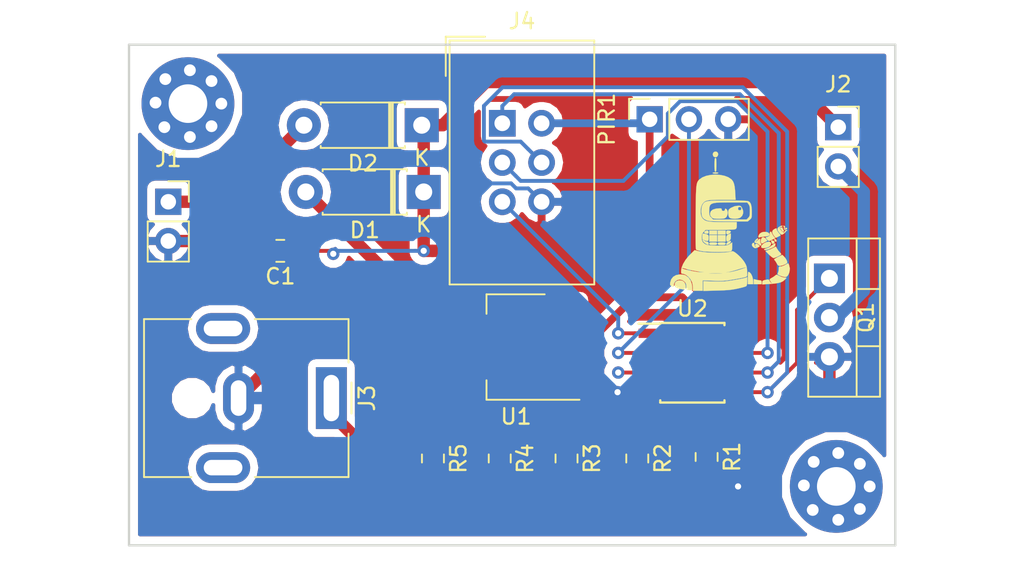
<source format=kicad_pcb>
(kicad_pcb (version 20171130) (host pcbnew "(5.0.1)-4")

  (general
    (thickness 1.6)
    (drawings 4)
    (tracks 143)
    (zones 0)
    (modules 19)
    (nets 14)
  )

  (page A4)
  (layers
    (0 F.Cu signal)
    (31 B.Cu signal)
    (32 B.Adhes user)
    (33 F.Adhes user)
    (34 B.Paste user)
    (35 F.Paste user)
    (36 B.SilkS user)
    (37 F.SilkS user)
    (38 B.Mask user)
    (39 F.Mask user)
    (40 Dwgs.User user)
    (41 Cmts.User user)
    (42 Eco1.User user)
    (43 Eco2.User user)
    (44 Edge.Cuts user)
    (45 Margin user)
    (46 B.CrtYd user)
    (47 F.CrtYd user)
    (48 B.Fab user)
    (49 F.Fab user)
  )

  (setup
    (last_trace_width 0.25)
    (trace_clearance 0.2)
    (zone_clearance 0.508)
    (zone_45_only no)
    (trace_min 0.2)
    (segment_width 0.2)
    (edge_width 0.15)
    (via_size 0.8)
    (via_drill 0.4)
    (via_min_size 0.4)
    (via_min_drill 0.3)
    (uvia_size 0.3)
    (uvia_drill 0.1)
    (uvias_allowed no)
    (uvia_min_size 0.2)
    (uvia_min_drill 0.1)
    (pcb_text_width 0.3)
    (pcb_text_size 1.5 1.5)
    (mod_edge_width 0.15)
    (mod_text_size 1 1)
    (mod_text_width 0.15)
    (pad_size 5.99948 5.99948)
    (pad_drill 2.49936)
    (pad_to_mask_clearance 0.051)
    (solder_mask_min_width 0.25)
    (aux_axis_origin 13.335 57.785)
    (visible_elements 7FFFF7FF)
    (pcbplotparams
      (layerselection 0x010fc_ffffffff)
      (usegerberextensions false)
      (usegerberattributes false)
      (usegerberadvancedattributes false)
      (creategerberjobfile false)
      (excludeedgelayer true)
      (linewidth 0.100000)
      (plotframeref false)
      (viasonmask false)
      (mode 1)
      (useauxorigin false)
      (hpglpennumber 1)
      (hpglpenspeed 20)
      (hpglpendiameter 15.000000)
      (psnegative false)
      (psa4output false)
      (plotreference true)
      (plotvalue true)
      (plotinvisibletext false)
      (padsonsilk false)
      (subtractmaskfromsilk false)
      (outputformat 1)
      (mirror false)
      (drillshape 0)
      (scaleselection 1)
      (outputdirectory "Gerber/"))
  )

  (net 0 "")
  (net 1 "Net-(J2-Pad2)")
  (net 2 "Net-(C1-Pad2)")
  (net 3 "Net-(C1-Pad1)")
  (net 4 "Net-(PIR1-Pad2)")
  (net 5 "Net-(U2-Pad3)")
  (net 6 "Net-(D1-Pad2)")
  (net 7 "Net-(J3-Pad1)")
  (net 8 "Net-(D2-Pad2)")
  (net 9 "Net-(J4-Pad2)")
  (net 10 "Net-(J4-Pad4)")
  (net 11 "Net-(J4-Pad5)")
  (net 12 "Net-(J4-Pad1)")
  (net 13 "Net-(J4-Pad3)")

  (net_class Default "This is the default net class."
    (clearance 0.2)
    (trace_width 0.25)
    (via_dia 0.8)
    (via_drill 0.4)
    (uvia_dia 0.3)
    (uvia_drill 0.1)
    (add_net "Net-(C1-Pad1)")
    (add_net "Net-(C1-Pad2)")
    (add_net "Net-(D1-Pad2)")
    (add_net "Net-(D2-Pad2)")
    (add_net "Net-(J2-Pad2)")
    (add_net "Net-(J3-Pad1)")
    (add_net "Net-(J4-Pad1)")
    (add_net "Net-(J4-Pad2)")
    (add_net "Net-(J4-Pad3)")
    (add_net "Net-(J4-Pad4)")
    (add_net "Net-(J4-Pad5)")
    (add_net "Net-(PIR1-Pad2)")
    (add_net "Net-(U2-Pad3)")
  )

  (net_class VCC ""
    (clearance 0.2)
    (trace_width 0.5)
    (via_dia 0.8)
    (via_drill 0.4)
    (uvia_dia 0.3)
    (uvia_drill 0.1)
  )

  (module LOGO (layer F.Cu) (tedit 5BEEFDFC) (tstamp 5BEF12EE)
    (at 52.07 69.215)
    (fp_text reference G*** (at 0 0) (layer F.SilkS) hide
      (effects (font (size 1.524 1.524) (thickness 0.3)))
    )
    (fp_text value LOGO (at 0.75 0) (layer F.SilkS) hide
      (effects (font (size 1.524 1.524) (thickness 0.3)))
    )
    (fp_poly (pts (xy 0.783802 -1.002675) (xy 0.836972 -0.95849) (xy 0.886399 -0.883456) (xy 0.95877 -0.700773)
      (xy 0.96234 -0.520122) (xy 0.900977 -0.360863) (xy 0.778544 -0.242357) (xy 0.75586 -0.229658)
      (xy 0.624754 -0.187273) (xy 0.461618 -0.168742) (xy 0.295251 -0.173348) (xy 0.15445 -0.200372)
      (xy 0.070061 -0.24675) (xy 0.017196 -0.362117) (xy 0 -0.542483) (xy 0.004644 -0.674695)
      (xy 0.030275 -0.756214) (xy 0.094444 -0.820942) (xy 0.101028 -0.8255) (xy 0.635 -0.8255)
      (xy 0.652484 -0.744939) (xy 0.721329 -0.720113) (xy 0.740833 -0.719666) (xy 0.821394 -0.737151)
      (xy 0.846219 -0.805996) (xy 0.846666 -0.8255) (xy 0.829181 -0.906061) (xy 0.760336 -0.930886)
      (xy 0.740833 -0.931333) (xy 0.660272 -0.913848) (xy 0.635446 -0.845003) (xy 0.635 -0.8255)
      (xy 0.101028 -0.8255) (xy 0.171881 -0.874544) (xy 0.403557 -0.978477) (xy 0.571605 -1.007185)
      (xy 0.705133 -1.01506) (xy 0.783802 -1.002675)) (layer F.SilkS) (width 0.01))
    (fp_poly (pts (xy -0.460546 -0.840164) (xy -0.429225 -0.814578) (xy -0.423334 -0.767088) (xy -0.400866 -0.697404)
      (xy -0.320366 -0.677343) (xy -0.3175 -0.677333) (xy -0.234773 -0.696925) (xy -0.211667 -0.763489)
      (xy -0.200442 -0.822813) (xy -0.151414 -0.816681) (xy -0.127 -0.804333) (xy -0.063549 -0.727307)
      (xy -0.036542 -0.603306) (xy -0.045265 -0.461432) (xy -0.089005 -0.330787) (xy -0.140312 -0.261379)
      (xy -0.199482 -0.215846) (xy -0.272371 -0.188181) (xy -0.380483 -0.174151) (xy -0.545325 -0.169522)
      (xy -0.607903 -0.169333) (xy -0.790028 -0.171425) (xy -0.909468 -0.180974) (xy -0.988167 -0.20289)
      (xy -1.048069 -0.242082) (xy -1.084054 -0.275872) (xy -1.164426 -0.390802) (xy -1.17738 -0.515103)
      (xy -1.124045 -0.660057) (xy -0.997449 -0.763253) (xy -0.798211 -0.824291) (xy -0.677903 -0.838429)
      (xy -0.536905 -0.846283) (xy -0.460546 -0.840164)) (layer F.SilkS) (width 0.01))
    (fp_poly (pts (xy -0.762577 -4.510485) (xy -0.748409 -4.505549) (xy -0.671225 -4.439884) (xy -0.648798 -4.343423)
      (xy -0.675059 -4.244263) (xy -0.743938 -4.170504) (xy -0.8255 -4.148666) (xy -0.929333 -4.183939)
      (xy -0.974523 -4.234932) (xy -1.001438 -4.353731) (xy -0.963543 -4.45307) (xy -0.878151 -4.512228)
      (xy -0.762577 -4.510485)) (layer F.SilkS) (width 0.01))
    (fp_poly (pts (xy -0.796503 -4.092706) (xy -0.777639 -4.042712) (xy -0.766957 -3.942684) (xy -0.762503 -3.778954)
      (xy -0.762 -3.661833) (xy -0.763947 -3.45885) (xy -0.771089 -3.326804) (xy -0.785379 -3.252027)
      (xy -0.808769 -3.220851) (xy -0.8255 -3.217333) (xy -0.854498 -3.230961) (xy -0.873362 -3.280954)
      (xy -0.884044 -3.380982) (xy -0.888498 -3.544712) (xy -0.889 -3.661833) (xy -0.887054 -3.864816)
      (xy -0.879912 -3.996862) (xy -0.865622 -4.071639) (xy -0.842232 -4.102815) (xy -0.8255 -4.106333)
      (xy -0.796503 -4.092706)) (layer F.SilkS) (width 0.01))
    (fp_poly (pts (xy -0.711891 -3.166592) (xy -0.643742 -3.145318) (xy -0.635 -3.132666) (xy -0.672838 -3.10742)
      (xy -0.768569 -3.092276) (xy -0.8255 -3.090333) (xy -0.93911 -3.098741) (xy -1.007259 -3.120015)
      (xy -1.016 -3.132666) (xy -0.978163 -3.157913) (xy -0.882432 -3.173057) (xy -0.8255 -3.175)
      (xy -0.711891 -3.166592)) (layer F.SilkS) (width 0.01))
    (fp_poly (pts (xy 0.275103 -1.353297) (xy 0.571973 -1.349424) (xy 0.832552 -1.343401) (xy 1.04523 -1.33558)
      (xy 1.198397 -1.326315) (xy 1.280442 -1.315958) (xy 1.286383 -1.314152) (xy 1.389014 -1.24955)
      (xy 1.46007 -1.139495) (xy 1.503264 -0.973138) (xy 1.522309 -0.739628) (xy 1.524 -0.619699)
      (xy 1.522948 -0.432674) (xy 1.516328 -0.309967) (xy 1.498946 -0.231231) (xy 1.465604 -0.176117)
      (xy 1.411109 -0.124277) (xy 1.393751 -0.109596) (xy 1.263503 0) (xy 0.007335 -0.00093)
      (xy -0.357091 -0.001616) (xy -0.647122 -0.003459) (xy -0.873029 -0.007034) (xy -1.04508 -0.012915)
      (xy -1.173547 -0.021678) (xy -1.2687 -0.033898) (xy -1.340808 -0.050149) (xy -1.400141 -0.071007)
      (xy -1.423141 -0.081015) (xy -1.572744 -0.165084) (xy -1.667274 -0.266537) (xy -1.717714 -0.405555)
      (xy -1.735048 -0.602318) (xy -1.735509 -0.655003) (xy -1.735479 -0.655693) (xy -1.227667 -0.655693)
      (xy -1.223878 -0.49811) (xy -1.206614 -0.396121) (xy -1.16703 -0.320779) (xy -1.103924 -0.250743)
      (xy -0.98018 -0.127) (xy 1.189181 -0.127) (xy 1.29309 -0.230909) (xy 1.346146 -0.29297)
      (xy 1.3774 -0.363265) (xy 1.392448 -0.465432) (xy 1.39689 -0.62311) (xy 1.397 -0.6697)
      (xy 1.392791 -0.853137) (xy 1.377019 -0.976195) (xy 1.344966 -1.062882) (xy 1.30926 -1.116124)
      (xy 1.221521 -1.227667) (xy 0.164158 -1.227666) (xy -0.215484 -1.226631) (xy -0.51898 -1.221191)
      (xy -0.754846 -1.207847) (xy -0.931598 -1.1831) (xy -1.057751 -1.14345) (xy -1.141823 -1.085397)
      (xy -1.192327 -1.005442) (xy -1.217782 -0.900084) (xy -1.226701 -0.765826) (xy -1.227667 -0.655693)
      (xy -1.735479 -0.655693) (xy -1.726827 -0.851086) (xy -1.697363 -0.992) (xy -1.649915 -1.092631)
      (xy -1.602772 -1.163271) (xy -1.550377 -1.219964) (xy -1.48339 -1.264237) (xy -1.392469 -1.297615)
      (xy -1.268276 -1.321625) (xy -1.101469 -1.337794) (xy -0.882708 -1.347647) (xy -0.602654 -1.352711)
      (xy -0.251966 -1.354512) (xy -0.046449 -1.354666) (xy 0.275103 -1.353297)) (layer F.SilkS) (width 0.01))
    (fp_poly (pts (xy 3.623291 0.282479) (xy 3.671871 0.338335) (xy 3.669625 0.417929) (xy 3.659012 0.490581)
      (xy 3.675546 0.488603) (xy 3.704103 0.451745) (xy 3.758767 0.404909) (xy 3.789008 0.423617)
      (xy 3.807277 0.467845) (xy 3.778542 0.49691) (xy 3.689404 0.528087) (xy 3.618981 0.541295)
      (xy 3.607965 0.506546) (xy 3.617042 0.473409) (xy 3.620818 0.39357) (xy 3.600055 0.360898)
      (xy 3.557419 0.311227) (xy 3.575164 0.277561) (xy 3.623291 0.282479)) (layer F.SilkS) (width 0.01))
    (fp_poly (pts (xy 3.456838 0.401605) (xy 3.538856 0.416057) (xy 3.582946 0.436154) (xy 3.578697 0.450818)
      (xy 3.533542 0.438523) (xy 3.476929 0.42014) (xy 3.485209 0.441142) (xy 3.52425 0.481643)
      (xy 3.58057 0.562604) (xy 3.5974 0.636723) (xy 3.569799 0.676087) (xy 3.558882 0.677334)
      (xy 3.510302 0.645972) (xy 3.442583 0.569016) (xy 3.431882 0.554382) (xy 3.373934 0.468818)
      (xy 3.34506 0.417988) (xy 3.344333 0.414831) (xy 3.378972 0.400032) (xy 3.456838 0.401605)) (layer F.SilkS) (width 0.01))
    (fp_poly (pts (xy -1.292607 0.61242) (xy -1.270165 0.686691) (xy -1.27 0.6985) (xy -1.286215 0.772942)
      (xy -1.345116 0.799248) (xy -1.462088 0.782723) (xy -1.49225 0.775152) (xy -1.552973 0.735372)
      (xy -1.549669 0.679423) (xy -1.495334 0.626296) (xy -1.402963 0.59498) (xy -1.367367 0.592667)
      (xy -1.292607 0.61242)) (layer F.SilkS) (width 0.01))
    (fp_poly (pts (xy 0.133399 0.612262) (xy 0.169533 0.664312) (xy 0.126665 0.73872) (xy 0.075247 0.780766)
      (xy -0.034953 0.839604) (xy -0.10075 0.827842) (xy -0.126338 0.744215) (xy -0.127 0.719667)
      (xy -0.118741 0.63434) (xy -0.076846 0.599343) (xy 0.021166 0.592667) (xy 0.133399 0.612262)) (layer F.SilkS) (width 0.01))
    (fp_poly (pts (xy -0.169334 0.846667) (xy -0.677334 0.846667) (xy -0.677334 0.592667) (xy -0.169334 0.592667)
      (xy -0.169334 0.846667)) (layer F.SilkS) (width 0.01))
    (fp_poly (pts (xy -0.719667 0.846667) (xy -1.227667 0.846667) (xy -1.227667 0.592667) (xy -0.719667 0.592667)
      (xy -0.719667 0.846667)) (layer F.SilkS) (width 0.01))
    (fp_poly (pts (xy 3.506253 0.277731) (xy 3.498723 0.328019) (xy 3.492457 0.338736) (xy 3.432994 0.369415)
      (xy 3.404907 0.364568) (xy 3.338875 0.361052) (xy 3.323607 0.4116) (xy 3.359007 0.502587)
      (xy 3.406358 0.57333) (xy 3.497394 0.670307) (xy 3.576433 0.716216) (xy 3.628424 0.705446)
      (xy 3.640666 0.660696) (xy 3.674953 0.596115) (xy 3.707629 0.576029) (xy 3.783072 0.552717)
      (xy 3.808126 0.570052) (xy 3.81 0.595165) (xy 3.784065 0.620448) (xy 3.767666 0.613834)
      (xy 3.728949 0.620188) (xy 3.725333 0.638418) (xy 3.687222 0.711007) (xy 3.580487 0.800385)
      (xy 3.506956 0.846798) (xy 3.449041 0.858177) (xy 3.380496 0.816444) (xy 3.305873 0.738777)
      (xy 3.204545 0.596107) (xy 3.180472 0.481785) (xy 3.234064 0.388611) (xy 3.329457 0.326277)
      (xy 3.350729 0.3175) (xy 3.429 0.3175) (xy 3.450166 0.338667) (xy 3.471333 0.3175)
      (xy 3.450166 0.296334) (xy 3.429 0.3175) (xy 3.350729 0.3175) (xy 3.44873 0.277066)
      (xy 3.506253 0.277731)) (layer F.SilkS) (width 0.01))
    (fp_poly (pts (xy 3.132435 0.487509) (xy 3.132666 0.507212) (xy 3.159418 0.587226) (xy 3.226989 0.693618)
      (xy 3.2653 0.740782) (xy 3.339597 0.831606) (xy 3.379595 0.892945) (xy 3.381717 0.906205)
      (xy 3.334086 0.935059) (xy 3.247133 0.980657) (xy 3.154264 1.026276) (xy 3.088889 1.05519)
      (xy 3.07783 1.058334) (xy 3.040503 1.030481) (xy 2.9965 0.98425) (xy 2.878827 0.817673)
      (xy 2.840982 0.679208) (xy 2.882965 0.568762) (xy 2.9845 0.495359) (xy 3.080154 0.452614)
      (xy 3.122108 0.449409) (xy 3.132435 0.487509)) (layer F.SilkS) (width 0.01))
    (fp_poly (pts (xy 2.442134 0.679013) (xy 2.564927 0.714281) (xy 2.64646 0.780195) (xy 2.667 0.84735)
      (xy 2.655876 0.89771) (xy 2.612253 0.932715) (xy 2.520751 0.95803) (xy 2.365988 0.979318)
      (xy 2.286 0.987669) (xy 2.152093 1.005975) (xy 2.045117 1.029076) (xy 2.021416 1.037019)
      (xy 1.963656 1.042234) (xy 1.947352 0.980243) (xy 1.947333 0.976272) (xy 1.976162 0.884609)
      (xy 2.046071 0.786526) (xy 2.051242 0.781243) (xy 2.162787 0.710078) (xy 2.300586 0.676806)
      (xy 2.442134 0.679013)) (layer F.SilkS) (width 0.01))
    (fp_poly (pts (xy 2.778526 0.672131) (xy 2.811272 0.740389) (xy 2.855467 0.840035) (xy 2.930367 0.951596)
      (xy 2.940598 0.964083) (xy 3.044888 1.088025) (xy 2.930027 1.141618) (xy 2.81963 1.194169)
      (xy 2.741657 1.232606) (xy 2.65093 1.265537) (xy 2.581188 1.244403) (xy 2.501556 1.15949)
      (xy 2.499022 1.156276) (xy 2.409567 1.042551) (xy 2.548866 0.996548) (xy 2.644337 0.953555)
      (xy 2.680049 0.891121) (xy 2.682223 0.816688) (xy 2.695052 0.714068) (xy 2.732972 0.662443)
      (xy 2.778526 0.672131)) (layer F.SilkS) (width 0.01))
    (fp_poly (pts (xy 0.169333 0.97662) (xy 0.160306 1.114757) (xy 0.126401 1.19886) (xy 0.075247 1.246433)
      (xy -0.029759 1.305565) (xy -0.092266 1.298118) (xy -0.120985 1.218233) (xy -0.125622 1.11125)
      (xy -0.11949 0.986056) (xy -0.091969 0.91441) (xy -0.026031 0.865303) (xy 0.022545 0.841437)
      (xy 0.169333 0.772708) (xy 0.169333 0.97662)) (layer F.SilkS) (width 0.01))
    (fp_poly (pts (xy -0.169334 1.312334) (xy -0.677334 1.312334) (xy -0.677334 0.889) (xy -0.169334 0.889)
      (xy -0.169334 1.312334)) (layer F.SilkS) (width 0.01))
    (fp_poly (pts (xy -0.719667 1.312334) (xy -1.227667 1.312334) (xy -1.227667 0.889) (xy -0.719667 0.889)
      (xy -0.719667 1.312334)) (layer F.SilkS) (width 0.01))
    (fp_poly (pts (xy 3.095442 1.176047) (xy 3.126867 1.247508) (xy 3.105477 1.314122) (xy 3.056367 1.315105)
      (xy 3.015189 1.269518) (xy 2.970064 1.185459) (xy 2.978815 1.149575) (xy 3.028161 1.143)
      (xy 3.095442 1.176047)) (layer F.SilkS) (width 0.01))
    (fp_poly (pts (xy 2.34892 1.04647) (xy 2.435562 1.127921) (xy 2.530757 1.247308) (xy 2.361724 1.343321)
      (xy 2.252138 1.405207) (xy 2.193227 1.431403) (xy 2.16105 1.426229) (xy 2.131666 1.394005)
      (xy 2.125114 1.386013) (xy 2.101595 1.305368) (xy 2.110915 1.18493) (xy 2.163151 1.06389)
      (xy 2.246947 1.016954) (xy 2.34892 1.04647)) (layer F.SilkS) (width 0.01))
    (fp_poly (pts (xy 2.863107 1.234993) (xy 2.961116 1.271707) (xy 2.998156 1.337282) (xy 2.966589 1.408207)
      (xy 2.928226 1.435466) (xy 2.858434 1.45621) (xy 2.821402 1.410949) (xy 2.819812 1.406572)
      (xy 2.782856 1.311169) (xy 2.768192 1.277326) (xy 2.772356 1.238631) (xy 2.844109 1.233067)
      (xy 2.863107 1.234993)) (layer F.SilkS) (width 0.01))
    (fp_poly (pts (xy 0.169172 1.30178) (xy 0.169333 1.3166) (xy 0.134106 1.389729) (xy 0.047529 1.45779)
      (xy 0.044435 1.459413) (xy -0.06013 1.50965) (xy -0.110322 1.516793) (xy -0.125269 1.479774)
      (xy -0.125622 1.449917) (xy -0.088215 1.382835) (xy 0.004883 1.315848) (xy 0.022545 1.307104)
      (xy 0.117699 1.265657) (xy 0.1592 1.263406) (xy 0.169172 1.30178)) (layer F.SilkS) (width 0.01))
    (fp_poly (pts (xy -0.28147 1.357756) (xy -0.204814 1.371327) (xy -0.174003 1.401833) (xy -0.169334 1.439334)
      (xy -0.178602 1.486622) (xy -0.219314 1.512174) (xy -0.310833 1.522444) (xy -0.423334 1.524)
      (xy -0.565198 1.520911) (xy -0.641854 1.50734) (xy -0.672664 1.476834) (xy -0.677334 1.439334)
      (xy -0.668066 1.392045) (xy -0.627354 1.366493) (xy -0.535835 1.356223) (xy -0.423334 1.354667)
      (xy -0.28147 1.357756)) (layer F.SilkS) (width 0.01))
    (fp_poly (pts (xy -0.831803 1.357756) (xy -0.755147 1.371327) (xy -0.724337 1.401833) (xy -0.719667 1.439334)
      (xy -0.728935 1.486622) (xy -0.769647 1.512174) (xy -0.861166 1.522444) (xy -0.973667 1.524)
      (xy -1.115531 1.520911) (xy -1.192187 1.50734) (xy -1.222998 1.476834) (xy -1.227667 1.439334)
      (xy -1.218399 1.392045) (xy -1.177687 1.366493) (xy -1.086168 1.356223) (xy -0.973667 1.354667)
      (xy -0.831803 1.357756)) (layer F.SilkS) (width 0.01))
    (fp_poly (pts (xy -1.664933 1.140839) (xy -1.664736 1.142764) (xy -1.672167 1.136216) (xy -1.664933 1.140839)) (layer F.SilkS) (width 0.01))
    (fp_poly (pts (xy -1.499324 0.803834) (xy -1.449545 0.816235) (xy -1.341669 0.848753) (xy -1.288951 0.88888)
      (xy -1.271637 0.964216) (xy -1.27 1.067079) (xy -1.274189 1.189814) (xy -1.293662 1.24983)
      (xy -1.338778 1.268932) (xy -1.366414 1.27) (xy -1.47442 1.247208) (xy -1.567498 1.203108)
      (xy -1.664933 1.140839) (xy -1.673362 1.058847) (xy -1.67458 0.927898) (xy -1.6633 0.824861)
      (xy -1.647388 0.78661) (xy -1.599212 0.785403) (xy -1.499324 0.803834)) (layer F.SilkS) (width 0.01))
    (fp_poly (pts (xy -1.572227 1.224275) (xy -1.468198 1.288081) (xy -1.371144 1.312334) (xy -1.293813 1.330996)
      (xy -1.270283 1.402681) (xy -1.27 1.418167) (xy -1.270806 1.490194) (xy -1.287303 1.515749)
      (xy -1.340609 1.498795) (xy -1.438745 1.449851) (xy -1.549778 1.374593) (xy -1.629444 1.286624)
      (xy -1.636377 1.274108) (xy -1.660382 1.185115) (xy -1.664736 1.142764) (xy -1.572227 1.224275)) (layer F.SilkS) (width 0.01))
    (fp_poly (pts (xy 1.947422 1.121062) (xy 1.928417 1.170294) (xy 1.857136 1.230437) (xy 1.830916 1.245787)
      (xy 1.767085 1.288589) (xy 1.764269 1.310121) (xy 1.76934 1.310639) (xy 1.83406 1.284)
      (xy 1.919609 1.216646) (xy 1.930015 1.2065) (xy 2.019445 1.124815) (xy 2.06362 1.109617)
      (xy 2.070505 1.161546) (xy 2.061647 1.217084) (xy 2.068866 1.34496) (xy 2.103192 1.404916)
      (xy 2.140548 1.482418) (xy 2.124774 1.546676) (xy 2.078396 1.566334) (xy 2.028106 1.538111)
      (xy 1.9685 1.481667) (xy 1.874085 1.416774) (xy 1.792605 1.397) (xy 1.712421 1.3737)
      (xy 1.693333 1.3335) (xy 1.722683 1.258091) (xy 1.790828 1.173423) (xy 1.867908 1.112343)
      (xy 1.905 1.100667) (xy 1.947422 1.121062)) (layer F.SilkS) (width 0.01))
    (fp_poly (pts (xy 2.651866 1.319666) (xy 2.745381 1.359465) (xy 2.776226 1.437339) (xy 2.743791 1.533765)
      (xy 2.661252 1.619337) (xy 2.54525 1.680833) (xy 2.40833 1.718751) (xy 2.276317 1.730346)
      (xy 2.175039 1.712875) (xy 2.133229 1.675434) (xy 2.139244 1.585139) (xy 2.208665 1.490859)
      (xy 2.322026 1.405946) (xy 2.459861 1.343754) (xy 2.602704 1.317636) (xy 2.651866 1.319666)) (layer F.SilkS) (width 0.01))
    (fp_poly (pts (xy 1.68557 1.428446) (xy 1.693333 1.504706) (xy 1.72517 1.605568) (xy 1.767416 1.654358)
      (xy 1.816379 1.688983) (xy 1.804902 1.669667) (xy 1.788583 1.651075) (xy 1.740768 1.562097)
      (xy 1.745099 1.48244) (xy 1.798183 1.440641) (xy 1.813772 1.439334) (xy 1.891518 1.466523)
      (xy 1.974347 1.528868) (xy 2.027123 1.597532) (xy 2.032 1.618442) (xy 1.99716 1.644873)
      (xy 1.915354 1.682215) (xy 1.82065 1.71685) (xy 1.747117 1.735157) (xy 1.738768 1.735667)
      (xy 1.687859 1.713831) (xy 1.618086 1.669766) (xy 1.540173 1.578343) (xy 1.531319 1.477099)
      (xy 1.580811 1.402551) (xy 1.647286 1.376822) (xy 1.68557 1.428446)) (layer F.SilkS) (width 0.01))
    (fp_poly (pts (xy 3.042566 1.427743) (xy 3.047992 1.493104) (xy 3.048 1.5042) (xy 3.034752 1.573818)
      (xy 2.983056 1.630764) (xy 2.874982 1.691949) (xy 2.823098 1.716314) (xy 2.620954 1.798952)
      (xy 2.460064 1.844694) (xy 2.351854 1.851011) (xy 2.312671 1.82924) (xy 2.33143 1.795117)
      (xy 2.411099 1.764504) (xy 2.43329 1.759791) (xy 2.572573 1.711788) (xy 2.697503 1.636918)
      (xy 2.817017 1.546444) (xy 2.931583 1.468293) (xy 3.01139 1.421825) (xy 3.042566 1.427743)) (layer F.SilkS) (width 0.01))
    (fp_poly (pts (xy -0.531293 -3.00897) (xy -0.243018 -2.952144) (xy 0.008735 -2.856429) (xy 0.205345 -2.721826)
      (xy 0.217738 -2.709774) (xy 0.302864 -2.60172) (xy 0.365635 -2.463033) (xy 0.409976 -2.279096)
      (xy 0.439812 -2.035289) (xy 0.453654 -1.830916) (xy 0.476764 -1.397) (xy -0.407201 -1.396934)
      (xy -0.741858 -1.395328) (xy -1.003451 -1.388799) (xy -1.203551 -1.374696) (xy -1.35373 -1.35037)
      (xy -1.46556 -1.31317) (xy -1.550613 -1.260445) (xy -1.620461 -1.189546) (xy -1.681907 -1.104989)
      (xy -1.747724 -0.952225) (xy -1.781178 -0.759029) (xy -1.782126 -0.555021) (xy -1.750428 -0.369821)
      (xy -1.686078 -0.233224) (xy -1.611907 -0.149293) (xy -1.529885 -0.084238) (xy -1.428563 -0.035707)
      (xy -1.296496 -0.001348) (xy -1.122236 0.02119) (xy -0.894337 0.03426) (xy -0.601352 0.040211)
      (xy -0.34925 0.041404) (xy 0.550333 0.042334) (xy 0.550333 0.255048) (xy 0.545346 0.384913)
      (xy 0.52289 0.456638) (xy 0.471724 0.496518) (xy 0.441744 0.509048) (xy 0.367894 0.521399)
      (xy 0.223734 0.532275) (xy 0.023617 0.541089) (xy -0.218105 0.547251) (xy -0.48708 0.550175)
      (xy -0.566336 0.550334) (xy -1.465827 0.550334) (xy -1.590164 0.680113) (xy -1.666713 0.774175)
      (xy -1.703725 0.871215) (xy -1.714365 1.008866) (xy -1.7145 1.035502) (xy -1.701947 1.203353)
      (xy -1.659509 1.316767) (xy -1.629834 1.356065) (xy -1.547423 1.433731) (xy -1.449942 1.490228)
      (xy -1.323193 1.528643) (xy -1.152978 1.552067) (xy -0.925099 1.563588) (xy -0.663434 1.566334)
      (xy -0.42243 1.565539) (xy -0.249668 1.561654) (xy -0.128728 1.552432) (xy -0.043192 1.535622)
      (xy 0.023362 1.508976) (xy 0.087353 1.470245) (xy 0.099925 1.461776) (xy 0.254 1.357218)
      (xy 0.254 1.62658) (xy 0.249175 1.782346) (xy 0.231464 1.873675) (xy 0.196009 1.920418)
      (xy 0.179916 1.929294) (xy 0.096842 1.946793) (xy -0.05428 1.960091) (xy -0.256936 1.969198)
      (xy -0.494612 1.974128) (xy -0.750794 1.97489) (xy -1.008968 1.971497) (xy -1.25262 1.96396)
      (xy -1.465237 1.952291) (xy -1.630304 1.936501) (xy -1.685039 1.927986) (xy -1.844833 1.896402)
      (xy -1.976602 1.867462) (xy -2.0539 1.847004) (xy -2.057356 1.84575) (xy -2.071946 1.83166)
      (xy -2.083973 1.797042) (xy -2.0936 1.735047) (xy -2.100987 1.638823) (xy -2.106296 1.501518)
      (xy -2.10969 1.316282) (xy -2.111328 1.076264) (xy -2.111373 0.774612) (xy -2.109986 0.404475)
      (xy -2.107328 -0.040997) (xy -2.106088 -0.221651) (xy -2.102351 -0.718208) (xy -2.098238 -1.137455)
      (xy -2.093049 -1.486749) (xy -2.086081 -1.773446) (xy -2.076634 -2.004903) (xy -2.064004 -2.188475)
      (xy -2.047491 -2.331519) (xy -2.026393 -2.441391) (xy -2.000007 -2.525448) (xy -1.967633 -2.591046)
      (xy -1.928568 -2.645541) (xy -1.88211 -2.69629) (xy -1.868739 -2.709774) (xy -1.677179 -2.84739)
      (xy -1.429032 -2.946118) (xy -1.142922 -3.005957) (xy -0.837468 -3.026908) (xy -0.531293 -3.00897)) (layer F.SilkS) (width 0.01))
    (fp_poly (pts (xy 3.153116 1.761) (xy 3.234052 1.885072) (xy 3.325813 1.992127) (xy 3.328615 1.994786)
      (xy 3.397992 2.069513) (xy 3.428897 2.121689) (xy 3.429 2.123333) (xy 3.393641 2.161873)
      (xy 3.304418 2.217932) (xy 3.186603 2.278941) (xy 3.065474 2.332334) (xy 2.966306 2.365545)
      (xy 2.931544 2.370667) (xy 2.865976 2.341981) (xy 2.763871 2.266258) (xy 2.645765 2.158997)
      (xy 2.629357 2.142584) (xy 2.404108 1.914501) (xy 2.567304 1.862693) (xy 2.712313 1.807439)
      (xy 2.868762 1.734882) (xy 2.90425 1.716202) (xy 3.078001 1.62152) (xy 3.153116 1.761)) (layer F.SilkS) (width 0.01))
    (fp_poly (pts (xy 3.591329 2.256306) (xy 3.689656 2.368204) (xy 3.76578 2.491435) (xy 3.809405 2.603918)
      (xy 3.810238 2.683576) (xy 3.798163 2.699899) (xy 3.654099 2.788798) (xy 3.488875 2.853979)
      (xy 3.347295 2.878667) (xy 3.25552 2.864321) (xy 3.189321 2.807075) (xy 3.136621 2.717085)
      (xy 3.069583 2.60236) (xy 3.004421 2.516149) (xy 2.989557 2.501865) (xy 2.966463 2.469274)
      (xy 2.986746 2.432915) (xy 3.061627 2.382719) (xy 3.202325 2.308615) (xy 3.208174 2.305669)
      (xy 3.49142 2.163112) (xy 3.591329 2.256306)) (layer F.SilkS) (width 0.01))
    (fp_poly (pts (xy 3.895015 2.74379) (xy 3.933285 2.827406) (xy 3.936097 2.834155) (xy 3.98469 3.058682)
      (xy 3.951518 3.292397) (xy 3.898039 3.422389) (xy 3.823668 3.535671) (xy 3.734846 3.591086)
      (xy 3.613138 3.592956) (xy 3.440111 3.545605) (xy 3.413116 3.536142) (xy 3.261946 3.471761)
      (xy 3.190214 3.412769) (xy 3.193277 3.354615) (xy 3.208866 3.335867) (xy 3.24056 3.264137)
      (xy 3.2583 3.146282) (xy 3.259666 3.103034) (xy 3.264169 2.989073) (xy 3.287636 2.936264)
      (xy 3.345002 2.921188) (xy 3.376083 2.92049) (xy 3.482305 2.899204) (xy 3.616761 2.845953)
      (xy 3.676737 2.814657) (xy 3.784365 2.754343) (xy 3.856456 2.716234) (xy 3.872685 2.709334)
      (xy 3.895015 2.74379)) (layer F.SilkS) (width 0.01))
    (fp_poly (pts (xy 2.688798 3.816431) (xy 2.67831 3.750166) (xy 2.732887 3.696988) (xy 2.804583 3.657969)
      (xy 2.92684 3.585613) (xy 3.030581 3.507704) (xy 3.032246 3.506193) (xy 3.094278 3.455456)
      (xy 3.145499 3.447861) (xy 3.220591 3.483967) (xy 3.2637 3.509931) (xy 3.400918 3.572774)
      (xy 3.559364 3.618266) (xy 3.589553 3.623571) (xy 3.774032 3.651235) (xy 3.642229 3.787221)
      (xy 3.535638 3.873849) (xy 3.397177 3.940056) (xy 3.213951 3.989227) (xy 2.973066 4.024746)
      (xy 2.847251 4.034948) (xy 2.760132 3.920708) (xy 2.688798 3.816431)) (layer F.SilkS) (width 0.01))
    (fp_poly (pts (xy 2.853265 4.042834) (xy 2.844418 4.035177) (xy 2.847251 4.034948) (xy 2.853265 4.042834)) (layer F.SilkS) (width 0.01))
    (fp_poly (pts (xy 2.607578 3.763548) (xy 2.639289 3.793243) (xy 2.646421 3.811852) (xy 2.694502 3.892315)
      (xy 2.761213 3.963167) (xy 2.844418 4.035177) (xy 2.661629 4.049999) (xy 2.63525 4.051562)
      (xy 2.201333 4.076757) (xy 2.201333 3.951739) (xy 2.208416 3.876281) (xy 2.243853 3.83195)
      (xy 2.328927 3.801786) (xy 2.412507 3.783462) (xy 2.539568 3.761208) (xy 2.607578 3.763548)) (layer F.SilkS) (width 0.01))
    (fp_poly (pts (xy 1.788303 3.770622) (xy 1.923755 3.799077) (xy 2.042303 3.81) (xy 2.125239 3.821814)
      (xy 2.155738 3.874923) (xy 2.159 3.937) (xy 2.159 4.064) (xy 1.651 4.064)
      (xy 1.651 3.731244) (xy 1.788303 3.770622)) (layer F.SilkS) (width 0.01))
    (fp_poly (pts (xy 1.392539 3.298934) (xy 1.482504 3.404477) (xy 1.554431 3.55791) (xy 1.598906 3.740845)
      (xy 1.608666 3.874357) (xy 1.608666 4.064) (xy 1.27 4.064) (xy 1.27 3.661834)
      (xy 1.272338 3.489019) (xy 1.278623 3.353402) (xy 1.28776 3.273371) (xy 1.293949 3.259667)
      (xy 1.392539 3.298934)) (layer F.SilkS) (width 0.01))
    (fp_poly (pts (xy -2.951684 3.842975) (xy -2.827578 3.939533) (xy -2.761787 4.096124) (xy -2.751667 4.210243)
      (xy -2.754913 4.328023) (xy -2.775571 4.383833) (xy -2.830022 4.400361) (xy -2.88925 4.400814)
      (xy -3.011786 4.385655) (xy -3.165661 4.349331) (xy -3.2385 4.326731) (xy -3.364388 4.278153)
      (xy -3.430085 4.230418) (xy -3.457428 4.163381) (xy -3.463247 4.119413) (xy -3.442631 3.971299)
      (xy -3.353751 3.867245) (xy -3.20474 3.814819) (xy -3.130743 3.81) (xy -2.951684 3.842975)) (layer F.SilkS) (width 0.01))
    (fp_poly (pts (xy -2.945722 3.440395) (xy -2.809613 3.469132) (xy -2.760148 3.488478) (xy -2.568349 3.633933)
      (xy -2.4266 3.836456) (xy -2.344754 4.078601) (xy -2.328334 4.25314) (xy -2.328334 4.445)
      (xy -2.490612 4.445) (xy -2.602482 4.438237) (xy -2.674093 4.421504) (xy -2.681112 4.416778)
      (xy -2.698333 4.360508) (xy -2.708324 4.252294) (xy -2.709334 4.201855) (xy -2.72359 4.058944)
      (xy -2.778508 3.951946) (xy -2.833077 3.89141) (xy -2.974057 3.797298) (xy -3.129619 3.765456)
      (xy -3.280474 3.789849) (xy -3.407337 3.86444) (xy -3.49092 3.983194) (xy -3.513667 4.104409)
      (xy -3.517288 4.197251) (xy -3.543179 4.226856) (xy -3.613884 4.204871) (xy -3.664236 4.182203)
      (xy -3.73688 4.138206) (xy -3.762177 4.076361) (xy -3.754707 3.968923) (xy -3.688073 3.748505)
      (xy -3.558322 3.581639) (xy -3.371922 3.47365) (xy -3.135343 3.429862) (xy -3.098815 3.429158)
      (xy -2.945722 3.440395)) (layer F.SilkS) (width 0.01))
    (fp_poly (pts (xy 1.227666 3.869364) (xy 1.21765 4.054598) (xy 1.186801 4.163712) (xy 1.166158 4.189347)
      (xy 1.102208 4.217835) (xy 0.973963 4.257377) (xy 0.8002 4.302685) (xy 0.605242 4.347288)
      (xy 0.400009 4.387992) (xy 0.204113 4.418634) (xy -0.002708 4.441132) (xy -0.240715 4.457402)
      (xy -0.530171 4.46936) (xy -0.751417 4.475628) (xy -1.608667 4.497073) (xy -1.608667 3.863451)
      (xy -0.941917 3.884232) (xy -0.660394 3.890963) (xy -0.433534 3.889924) (xy -0.231527 3.879074)
      (xy -0.024563 3.856372) (xy 0.217169 3.819777) (xy 0.365864 3.794689) (xy 0.597705 3.753323)
      (xy 0.807453 3.713187) (xy 0.977365 3.67788) (xy 1.089693 3.650997) (xy 1.117281 3.642397)
      (xy 1.227666 3.600429) (xy 1.227666 3.869364)) (layer F.SilkS) (width 0.01))
    (fp_poly (pts (xy -1.902527 1.928595) (xy -1.691542 1.968691) (xy -1.430776 1.998151) (xy -1.137941 2.016978)
      (xy -0.830752 2.025175) (xy -0.52692 2.022744) (xy -0.24416 2.00969) (xy -0.000185 1.986015)
      (xy 0.187293 1.951723) (xy 0.260191 1.928219) (xy 0.330526 1.939898) (xy 0.439818 2.00464)
      (xy 0.57386 2.109616) (xy 0.718445 2.241995) (xy 0.859367 2.388947) (xy 0.982419 2.53764)
      (xy 1.058333 2.649037) (xy 1.138394 2.793883) (xy 1.185634 2.918943) (xy 1.210348 3.060591)
      (xy 1.221536 3.225609) (xy 1.227853 3.391159) (xy 1.224569 3.492019) (xy 1.206363 3.548059)
      (xy 1.167917 3.579147) (xy 1.121734 3.598371) (xy 1.040452 3.620755) (xy 0.89351 3.653166)
      (xy 0.698802 3.691956) (xy 0.474224 3.733477) (xy 0.365864 3.752481) (xy 0.102015 3.796037)
      (xy -0.112992 3.825388) (xy -0.307239 3.842401) (xy -0.508807 3.848941) (xy -0.745778 3.846877)
      (xy -0.963084 3.840822) (xy -1.651 3.818715) (xy -1.651 4.487334) (xy -2.286 4.487334)
      (xy -2.286 4.274307) (xy -2.299888 4.110501) (xy -2.33478 3.951743) (xy -2.351746 3.90389)
      (xy -2.456464 3.721115) (xy -2.598964 3.563362) (xy -2.759493 3.447393) (xy -2.918298 3.389974)
      (xy -2.961232 3.386667) (xy -3.016407 3.374152) (xy -3.021637 3.363388) (xy -1.253846 3.363388)
      (xy -1.181513 3.366464) (xy -1.041411 3.368525) (xy -0.83917 3.369341) (xy -0.8255 3.369345)
      (xy -0.617895 3.368655) (xy -0.470279 3.366684) (xy -0.388758 3.363662) (xy -0.379439 3.359822)
      (xy -0.44843 3.355395) (xy -0.453005 3.355205) (xy -0.673068 3.350038) (xy -0.925502 3.34983)
      (xy -1.158156 3.354585) (xy -1.172672 3.355116) (xy -1.252776 3.359529) (xy -1.253846 3.363388)
      (xy -3.021637 3.363388) (xy -3.041803 3.321885) (xy -3.043034 3.299206) (xy -0.148167 3.299206)
      (xy 0.066981 3.282272) (xy 0.210815 3.260821) (xy 0.398866 3.219163) (xy 0.595555 3.165402)
      (xy 0.638481 3.152112) (xy 0.813608 3.096059) (xy 0.969056 3.04558) (xy 1.078683 3.009187)
      (xy 1.100666 3.001608) (xy 1.16483 2.976112) (xy 1.161391 2.969763) (xy 1.104393 2.979305)
      (xy 1.00788 3.00148) (xy 0.885899 3.033031) (xy 0.752493 3.070701) (xy 0.621708 3.111232)
      (xy 0.606894 3.116121) (xy 0.418539 3.173887) (xy 0.224515 3.22568) (xy 0.077727 3.258094)
      (xy -0.148167 3.299206) (xy -3.043034 3.299206) (xy -3.048 3.207781) (xy -3.048 3.205556)
      (xy -3.018883 3.024746) (xy -3.000366 3.024746) (xy -2.998351 3.027094) (xy -2.931135 3.060752)
      (xy -2.79916 3.102131) (xy -2.621521 3.14725) (xy -2.417313 3.192128) (xy -2.20563 3.232786)
      (xy -2.005568 3.265244) (xy -1.836222 3.285521) (xy -1.735667 3.290297) (xy -1.611562 3.288122)
      (xy -1.568814 3.285057) (xy -1.604114 3.279691) (xy -1.693334 3.272242) (xy -1.843378 3.254935)
      (xy -2.036075 3.225179) (xy -2.244227 3.188024) (xy -2.440632 3.148519) (xy -2.598089 3.111712)
      (xy -2.667 3.09151) (xy -2.789837 3.053733) (xy -2.90126 3.027113) (xy -2.978895 3.016001)
      (xy -3.000366 3.024746) (xy -3.018883 3.024746) (xy -3.012918 2.987708) (xy -2.913561 2.743284)
      (xy -2.758764 2.488413) (xy -2.557363 2.239219) (xy -2.468054 2.147016) (xy -2.17522 1.859866)
      (xy -1.902527 1.928595)) (layer F.SilkS) (width 0.01))
  )

  (module Connector_Wire:SolderWirePad_1x01_Drill2.5mm (layer F.Cu) (tedit 5BEEFD40) (tstamp 5C2253B2)
    (at 17.145 61.595)
    (descr "Wire solder connection")
    (tags connector)
    (attr virtual)
    (fp_text reference "" (at 0 -5.08) (layer F.SilkS)
      (effects (font (size 1 1) (thickness 0.15)))
    )
    (fp_text value SolderWirePad_1x01_Drill2.5mm (at 0 5.08) (layer F.Fab)
      (effects (font (size 1 1) (thickness 0.15)))
    )
    (fp_line (start 3.5 3.5) (end -3.5 3.5) (layer F.CrtYd) (width 0.05))
    (fp_line (start 3.5 3.5) (end 3.5 -3.5) (layer F.CrtYd) (width 0.05))
    (fp_line (start -3.5 -3.5) (end -3.5 3.5) (layer F.CrtYd) (width 0.05))
    (fp_line (start -3.5 -3.5) (end 3.5 -3.5) (layer F.CrtYd) (width 0.05))
    (fp_text user %R (at 0 0) (layer F.Fab)
      (effects (font (size 1 1) (thickness 0.15)))
    )
    (pad 1 thru_hole circle (at 0 0) (size 5.99948 5.99948) (drill 2.49936) (layers *.Cu *.Mask))
    (pad 5 thru_hole circle (at 0.127 -2.159) (size 1.524 1.524) (drill 0.762) (layers *.Cu *.Mask))
    (pad 2 thru_hole circle (at 0.127 2.159) (size 1.524 1.524) (drill 0.762) (layers *.Cu *.Mask))
    (pad 3 thru_hole circle (at 2.159 0) (size 1.524 1.524) (drill 0.762) (layers *.Cu *.Mask))
    (pad 4 thru_hole circle (at -2.0955 -0.0635) (size 1.524 1.524) (drill 0.762) (layers *.Cu *.Mask))
    (pad 6 thru_hole circle (at -1.4605 -1.5875) (size 1.524 1.524) (drill 0.762) (layers *.Cu *.Mask))
    (pad 7 thru_hole circle (at 1.524 -1.4605) (size 1.524 1.524) (drill 0.762) (layers *.Cu *.Mask))
    (pad 8 thru_hole circle (at -1.524 1.524) (size 1.524 1.524) (drill 0.762) (layers *.Cu *.Mask))
    (pad 9 thru_hole circle (at 1.524 1.4605) (size 1.524 1.524) (drill 0.762) (layers *.Cu *.Mask))
  )

  (module Connector_Wire:SolderWirePad_1x01_Drill2.5mm (layer F.Cu) (tedit 5BEEFD44) (tstamp 5BEF0638)
    (at 59.055 86.36)
    (descr "Wire solder connection")
    (tags connector)
    (attr virtual)
    (fp_text reference "" (at -10.16 -13.97) (layer F.SilkS)
      (effects (font (size 1 1) (thickness 0.15)))
    )
    (fp_text value SolderWirePad_1x01_Drill2.5mm (at 0 5.08) (layer F.Fab)
      (effects (font (size 1 1) (thickness 0.15)))
    )
    (fp_line (start 3.5 3.5) (end -3.5 3.5) (layer F.CrtYd) (width 0.05))
    (fp_line (start 3.5 3.5) (end 3.5 -3.5) (layer F.CrtYd) (width 0.05))
    (fp_line (start -3.5 -3.5) (end -3.5 3.5) (layer F.CrtYd) (width 0.05))
    (fp_line (start -3.5 -3.5) (end 3.5 -3.5) (layer F.CrtYd) (width 0.05))
    (fp_text user %R (at 0 0) (layer F.Fab)
      (effects (font (size 1 1) (thickness 0.15)))
    )
    (pad 1 thru_hole circle (at 0 0) (size 5.99948 5.99948) (drill 2.49936) (layers *.Cu *.Mask))
    (pad 5 thru_hole circle (at 0.127 -2.159) (size 1.524 1.524) (drill 0.762) (layers *.Cu *.Mask))
    (pad 2 thru_hole circle (at 0.127 2.159) (size 1.524 1.524) (drill 0.762) (layers *.Cu *.Mask))
    (pad 3 thru_hole circle (at 2.159 0) (size 1.524 1.524) (drill 0.762) (layers *.Cu *.Mask))
    (pad 4 thru_hole circle (at -2.0955 -0.0635) (size 1.524 1.524) (drill 0.762) (layers *.Cu *.Mask))
    (pad 6 thru_hole circle (at -1.4605 -1.5875) (size 1.524 1.524) (drill 0.762) (layers *.Cu *.Mask))
    (pad 7 thru_hole circle (at 1.524 -1.4605) (size 1.524 1.524) (drill 0.762) (layers *.Cu *.Mask))
    (pad 8 thru_hole circle (at -1.524 1.524) (size 1.524 1.524) (drill 0.762) (layers *.Cu *.Mask))
    (pad 9 thru_hole circle (at 1.524 1.4605) (size 1.524 1.524) (drill 0.762) (layers *.Cu *.Mask))
  )

  (module Connector_PinSocket_2.54mm:PinSocket_1x03_P2.54mm_Vertical (layer F.Cu) (tedit 5A19A429) (tstamp 5C221FBC)
    (at 46.99 62.611 90)
    (descr "Through hole straight socket strip, 1x03, 2.54mm pitch, single row (from Kicad 4.0.7), script generated")
    (tags "Through hole socket strip THT 1x03 2.54mm single row")
    (path /5BED3257)
    (fp_text reference PIR1 (at 0 -2.77 90) (layer F.SilkS)
      (effects (font (size 1 1) (thickness 0.15)))
    )
    (fp_text value Conn_01x03_Female (at 0 7.85 90) (layer F.Fab)
      (effects (font (size 1 1) (thickness 0.15)))
    )
    (fp_line (start -1.27 -1.27) (end 0.635 -1.27) (layer F.Fab) (width 0.1))
    (fp_line (start 0.635 -1.27) (end 1.27 -0.635) (layer F.Fab) (width 0.1))
    (fp_line (start 1.27 -0.635) (end 1.27 6.35) (layer F.Fab) (width 0.1))
    (fp_line (start 1.27 6.35) (end -1.27 6.35) (layer F.Fab) (width 0.1))
    (fp_line (start -1.27 6.35) (end -1.27 -1.27) (layer F.Fab) (width 0.1))
    (fp_line (start -1.33 1.27) (end 1.33 1.27) (layer F.SilkS) (width 0.12))
    (fp_line (start -1.33 1.27) (end -1.33 6.41) (layer F.SilkS) (width 0.12))
    (fp_line (start -1.33 6.41) (end 1.33 6.41) (layer F.SilkS) (width 0.12))
    (fp_line (start 1.33 1.27) (end 1.33 6.41) (layer F.SilkS) (width 0.12))
    (fp_line (start 1.33 -1.33) (end 1.33 0) (layer F.SilkS) (width 0.12))
    (fp_line (start 0 -1.33) (end 1.33 -1.33) (layer F.SilkS) (width 0.12))
    (fp_line (start -1.8 -1.8) (end 1.75 -1.8) (layer F.CrtYd) (width 0.05))
    (fp_line (start 1.75 -1.8) (end 1.75 6.85) (layer F.CrtYd) (width 0.05))
    (fp_line (start 1.75 6.85) (end -1.8 6.85) (layer F.CrtYd) (width 0.05))
    (fp_line (start -1.8 6.85) (end -1.8 -1.8) (layer F.CrtYd) (width 0.05))
    (fp_text user %R (at 0 2.54 180) (layer F.Fab)
      (effects (font (size 1 1) (thickness 0.15)))
    )
    (pad 1 thru_hole rect (at 0 0 90) (size 1.7 1.7) (drill 1) (layers *.Cu *.Mask)
      (net 9 "Net-(J4-Pad2)"))
    (pad 2 thru_hole oval (at 0 2.54 90) (size 1.7 1.7) (drill 1) (layers *.Cu *.Mask)
      (net 4 "Net-(PIR1-Pad2)"))
    (pad 3 thru_hole oval (at 0 5.08 90) (size 1.7 1.7) (drill 1) (layers *.Cu *.Mask)
      (net 2 "Net-(C1-Pad2)"))
    (model ${KISYS3DMOD}/Connector_PinSocket_2.54mm.3dshapes/PinSocket_1x03_P2.54mm_Vertical.wrl
      (at (xyz 0 0 0))
      (scale (xyz 1 1 1))
      (rotate (xyz 0 0 0))
    )
  )

  (module Connector_IDC:IDC-Header_2x03_P2.54mm_Vertical (layer F.Cu) (tedit 59DE0819) (tstamp 5C222026)
    (at 37.465 62.865)
    (descr "Through hole straight IDC box header, 2x03, 2.54mm pitch, double rows")
    (tags "Through hole IDC box header THT 2x03 2.54mm double row")
    (path /5BEEABA1)
    (fp_text reference J4 (at 1.27 -6.604) (layer F.SilkS)
      (effects (font (size 1 1) (thickness 0.15)))
    )
    (fp_text value AVR-ISP-6 (at 1.27 11.684) (layer F.Fab)
      (effects (font (size 1 1) (thickness 0.15)))
    )
    (fp_text user %R (at 1.27 2.54) (layer F.Fab)
      (effects (font (size 1 1) (thickness 0.15)))
    )
    (fp_line (start 5.695 -5.1) (end 5.695 10.18) (layer F.Fab) (width 0.1))
    (fp_line (start 5.145 -4.56) (end 5.145 9.62) (layer F.Fab) (width 0.1))
    (fp_line (start -3.155 -5.1) (end -3.155 10.18) (layer F.Fab) (width 0.1))
    (fp_line (start -2.605 -4.56) (end -2.605 0.29) (layer F.Fab) (width 0.1))
    (fp_line (start -2.605 4.79) (end -2.605 9.62) (layer F.Fab) (width 0.1))
    (fp_line (start -2.605 0.29) (end -3.155 0.29) (layer F.Fab) (width 0.1))
    (fp_line (start -2.605 4.79) (end -3.155 4.79) (layer F.Fab) (width 0.1))
    (fp_line (start 5.695 -5.1) (end -3.155 -5.1) (layer F.Fab) (width 0.1))
    (fp_line (start 5.145 -4.56) (end -2.605 -4.56) (layer F.Fab) (width 0.1))
    (fp_line (start 5.695 10.18) (end -3.155 10.18) (layer F.Fab) (width 0.1))
    (fp_line (start 5.145 9.62) (end -2.605 9.62) (layer F.Fab) (width 0.1))
    (fp_line (start 5.695 -5.1) (end 5.145 -4.56) (layer F.Fab) (width 0.1))
    (fp_line (start 5.695 10.18) (end 5.145 9.62) (layer F.Fab) (width 0.1))
    (fp_line (start -3.155 -5.1) (end -2.605 -4.56) (layer F.Fab) (width 0.1))
    (fp_line (start -3.155 10.18) (end -2.605 9.62) (layer F.Fab) (width 0.1))
    (fp_line (start 5.95 -5.35) (end 5.95 10.43) (layer F.CrtYd) (width 0.05))
    (fp_line (start 5.95 10.43) (end -3.41 10.43) (layer F.CrtYd) (width 0.05))
    (fp_line (start -3.41 10.43) (end -3.41 -5.35) (layer F.CrtYd) (width 0.05))
    (fp_line (start -3.41 -5.35) (end 5.95 -5.35) (layer F.CrtYd) (width 0.05))
    (fp_line (start 5.945 -5.35) (end 5.945 10.43) (layer F.SilkS) (width 0.12))
    (fp_line (start 5.945 10.43) (end -3.405 10.43) (layer F.SilkS) (width 0.12))
    (fp_line (start -3.405 10.43) (end -3.405 -5.35) (layer F.SilkS) (width 0.12))
    (fp_line (start -3.405 -5.35) (end 5.945 -5.35) (layer F.SilkS) (width 0.12))
    (fp_line (start -3.655 -5.6) (end -3.655 -3.06) (layer F.SilkS) (width 0.12))
    (fp_line (start -3.655 -5.6) (end -1.115 -5.6) (layer F.SilkS) (width 0.12))
    (pad 1 thru_hole rect (at 0 0) (size 1.7272 1.7272) (drill 1.016) (layers *.Cu *.Mask)
      (net 12 "Net-(J4-Pad1)"))
    (pad 2 thru_hole oval (at 2.54 0) (size 1.7272 1.7272) (drill 1.016) (layers *.Cu *.Mask)
      (net 9 "Net-(J4-Pad2)"))
    (pad 3 thru_hole oval (at 0 2.54) (size 1.7272 1.7272) (drill 1.016) (layers *.Cu *.Mask)
      (net 13 "Net-(J4-Pad3)"))
    (pad 4 thru_hole oval (at 2.54 2.54) (size 1.7272 1.7272) (drill 1.016) (layers *.Cu *.Mask)
      (net 10 "Net-(J4-Pad4)"))
    (pad 5 thru_hole oval (at 0 5.08) (size 1.7272 1.7272) (drill 1.016) (layers *.Cu *.Mask)
      (net 11 "Net-(J4-Pad5)"))
    (pad 6 thru_hole oval (at 2.54 5.08) (size 1.7272 1.7272) (drill 1.016) (layers *.Cu *.Mask)
      (net 2 "Net-(C1-Pad2)"))
    (model ${KISYS3DMOD}/Connector_IDC.3dshapes/IDC-Header_2x03_P2.54mm_Vertical.wrl
      (at (xyz 0 0 0))
      (scale (xyz 1 1 1))
      (rotate (xyz 0 0 0))
    )
  )

  (module Diode_THT:D_DO-41_SOD81_P7.62mm_Horizontal (layer F.Cu) (tedit 5AE50CD5) (tstamp 5C220D76)
    (at 32.258 62.992 180)
    (descr "Diode, DO-41_SOD81 series, Axial, Horizontal, pin pitch=7.62mm, , length*diameter=5.2*2.7mm^2, , http://www.diodes.com/_files/packages/DO-41%20(Plastic).pdf")
    (tags "Diode DO-41_SOD81 series Axial Horizontal pin pitch 7.62mm  length 5.2mm diameter 2.7mm")
    (path /5BED897D)
    (fp_text reference D2 (at 3.81 -2.47 180) (layer F.SilkS)
      (effects (font (size 1 1) (thickness 0.15)))
    )
    (fp_text value 1N5819 (at 3.81 2.47 180) (layer F.Fab)
      (effects (font (size 1 1) (thickness 0.15)))
    )
    (fp_text user K (at 0 -2.1 180) (layer F.SilkS)
      (effects (font (size 1 1) (thickness 0.15)))
    )
    (fp_text user K (at 0 -2.1 180) (layer F.Fab)
      (effects (font (size 1 1) (thickness 0.15)))
    )
    (fp_text user %R (at 4.2 0 180) (layer F.Fab)
      (effects (font (size 1 1) (thickness 0.15)))
    )
    (fp_line (start 8.97 -1.6) (end -1.35 -1.6) (layer F.CrtYd) (width 0.05))
    (fp_line (start 8.97 1.6) (end 8.97 -1.6) (layer F.CrtYd) (width 0.05))
    (fp_line (start -1.35 1.6) (end 8.97 1.6) (layer F.CrtYd) (width 0.05))
    (fp_line (start -1.35 -1.6) (end -1.35 1.6) (layer F.CrtYd) (width 0.05))
    (fp_line (start 1.87 -1.47) (end 1.87 1.47) (layer F.SilkS) (width 0.12))
    (fp_line (start 2.11 -1.47) (end 2.11 1.47) (layer F.SilkS) (width 0.12))
    (fp_line (start 1.99 -1.47) (end 1.99 1.47) (layer F.SilkS) (width 0.12))
    (fp_line (start 6.53 1.47) (end 6.53 1.34) (layer F.SilkS) (width 0.12))
    (fp_line (start 1.09 1.47) (end 6.53 1.47) (layer F.SilkS) (width 0.12))
    (fp_line (start 1.09 1.34) (end 1.09 1.47) (layer F.SilkS) (width 0.12))
    (fp_line (start 6.53 -1.47) (end 6.53 -1.34) (layer F.SilkS) (width 0.12))
    (fp_line (start 1.09 -1.47) (end 6.53 -1.47) (layer F.SilkS) (width 0.12))
    (fp_line (start 1.09 -1.34) (end 1.09 -1.47) (layer F.SilkS) (width 0.12))
    (fp_line (start 1.89 -1.35) (end 1.89 1.35) (layer F.Fab) (width 0.1))
    (fp_line (start 2.09 -1.35) (end 2.09 1.35) (layer F.Fab) (width 0.1))
    (fp_line (start 1.99 -1.35) (end 1.99 1.35) (layer F.Fab) (width 0.1))
    (fp_line (start 7.62 0) (end 6.41 0) (layer F.Fab) (width 0.1))
    (fp_line (start 0 0) (end 1.21 0) (layer F.Fab) (width 0.1))
    (fp_line (start 6.41 -1.35) (end 1.21 -1.35) (layer F.Fab) (width 0.1))
    (fp_line (start 6.41 1.35) (end 6.41 -1.35) (layer F.Fab) (width 0.1))
    (fp_line (start 1.21 1.35) (end 6.41 1.35) (layer F.Fab) (width 0.1))
    (fp_line (start 1.21 -1.35) (end 1.21 1.35) (layer F.Fab) (width 0.1))
    (pad 2 thru_hole oval (at 7.62 0 180) (size 2.2 2.2) (drill 1.1) (layers *.Cu *.Mask)
      (net 8 "Net-(D2-Pad2)"))
    (pad 1 thru_hole rect (at 0 0 180) (size 2.2 2.2) (drill 1.1) (layers *.Cu *.Mask)
      (net 3 "Net-(C1-Pad1)"))
    (model ${KISYS3DMOD}/Diode_THT.3dshapes/D_DO-41_SOD81_P7.62mm_Horizontal.wrl
      (at (xyz 0 0 0))
      (scale (xyz 1 1 1))
      (rotate (xyz 0 0 0))
    )
  )

  (module Diode_THT:D_DO-41_SOD81_P7.62mm_Horizontal (layer F.Cu) (tedit 5AE50CD5) (tstamp 5C220B15)
    (at 32.385 67.31 180)
    (descr "Diode, DO-41_SOD81 series, Axial, Horizontal, pin pitch=7.62mm, , length*diameter=5.2*2.7mm^2, , http://www.diodes.com/_files/packages/DO-41%20(Plastic).pdf")
    (tags "Diode DO-41_SOD81 series Axial Horizontal pin pitch 7.62mm  length 5.2mm diameter 2.7mm")
    (path /5BED86D8)
    (fp_text reference D1 (at 3.81 -2.47 180) (layer F.SilkS)
      (effects (font (size 1 1) (thickness 0.15)))
    )
    (fp_text value 1N5819 (at 3.81 2.47 180) (layer F.Fab)
      (effects (font (size 1 1) (thickness 0.15)))
    )
    (fp_line (start 1.21 -1.35) (end 1.21 1.35) (layer F.Fab) (width 0.1))
    (fp_line (start 1.21 1.35) (end 6.41 1.35) (layer F.Fab) (width 0.1))
    (fp_line (start 6.41 1.35) (end 6.41 -1.35) (layer F.Fab) (width 0.1))
    (fp_line (start 6.41 -1.35) (end 1.21 -1.35) (layer F.Fab) (width 0.1))
    (fp_line (start 0 0) (end 1.21 0) (layer F.Fab) (width 0.1))
    (fp_line (start 7.62 0) (end 6.41 0) (layer F.Fab) (width 0.1))
    (fp_line (start 1.99 -1.35) (end 1.99 1.35) (layer F.Fab) (width 0.1))
    (fp_line (start 2.09 -1.35) (end 2.09 1.35) (layer F.Fab) (width 0.1))
    (fp_line (start 1.89 -1.35) (end 1.89 1.35) (layer F.Fab) (width 0.1))
    (fp_line (start 1.09 -1.34) (end 1.09 -1.47) (layer F.SilkS) (width 0.12))
    (fp_line (start 1.09 -1.47) (end 6.53 -1.47) (layer F.SilkS) (width 0.12))
    (fp_line (start 6.53 -1.47) (end 6.53 -1.34) (layer F.SilkS) (width 0.12))
    (fp_line (start 1.09 1.34) (end 1.09 1.47) (layer F.SilkS) (width 0.12))
    (fp_line (start 1.09 1.47) (end 6.53 1.47) (layer F.SilkS) (width 0.12))
    (fp_line (start 6.53 1.47) (end 6.53 1.34) (layer F.SilkS) (width 0.12))
    (fp_line (start 1.99 -1.47) (end 1.99 1.47) (layer F.SilkS) (width 0.12))
    (fp_line (start 2.11 -1.47) (end 2.11 1.47) (layer F.SilkS) (width 0.12))
    (fp_line (start 1.87 -1.47) (end 1.87 1.47) (layer F.SilkS) (width 0.12))
    (fp_line (start -1.35 -1.6) (end -1.35 1.6) (layer F.CrtYd) (width 0.05))
    (fp_line (start -1.35 1.6) (end 8.97 1.6) (layer F.CrtYd) (width 0.05))
    (fp_line (start 8.97 1.6) (end 8.97 -1.6) (layer F.CrtYd) (width 0.05))
    (fp_line (start 8.97 -1.6) (end -1.35 -1.6) (layer F.CrtYd) (width 0.05))
    (fp_text user %R (at 4.2 0 180) (layer F.Fab)
      (effects (font (size 1 1) (thickness 0.15)))
    )
    (fp_text user K (at 0 -2.1 180) (layer F.Fab)
      (effects (font (size 1 1) (thickness 0.15)))
    )
    (fp_text user K (at 0 -2.1 180) (layer F.SilkS)
      (effects (font (size 1 1) (thickness 0.15)))
    )
    (pad 1 thru_hole rect (at 0 0 180) (size 2.2 2.2) (drill 1.1) (layers *.Cu *.Mask)
      (net 3 "Net-(C1-Pad1)"))
    (pad 2 thru_hole oval (at 7.62 0 180) (size 2.2 2.2) (drill 1.1) (layers *.Cu *.Mask)
      (net 6 "Net-(D1-Pad2)"))
    (model ${KISYS3DMOD}/Diode_THT.3dshapes/D_DO-41_SOD81_P7.62mm_Horizontal.wrl
      (at (xyz 0 0 0))
      (scale (xyz 1 1 1))
      (rotate (xyz 0 0 0))
    )
  )

  (module Package_SO:SOIC-8_3.9x4.9mm_P1.27mm (layer F.Cu) (tedit 5A02F2D3) (tstamp 5BED1D88)
    (at 49.751 78.359)
    (descr "8-Lead Plastic Small Outline (SN) - Narrow, 3.90 mm Body [SOIC] (see Microchip Packaging Specification 00000049BS.pdf)")
    (tags "SOIC 1.27")
    (path /5BED0A87)
    (attr smd)
    (fp_text reference U2 (at 0 -3.5) (layer F.SilkS)
      (effects (font (size 1 1) (thickness 0.15)))
    )
    (fp_text value ATtiny13A-SSU (at 0 3.5) (layer F.Fab)
      (effects (font (size 1 1) (thickness 0.15)))
    )
    (fp_text user %R (at 0 0) (layer F.Fab)
      (effects (font (size 1 1) (thickness 0.15)))
    )
    (fp_line (start -0.95 -2.45) (end 1.95 -2.45) (layer F.Fab) (width 0.1))
    (fp_line (start 1.95 -2.45) (end 1.95 2.45) (layer F.Fab) (width 0.1))
    (fp_line (start 1.95 2.45) (end -1.95 2.45) (layer F.Fab) (width 0.1))
    (fp_line (start -1.95 2.45) (end -1.95 -1.45) (layer F.Fab) (width 0.1))
    (fp_line (start -1.95 -1.45) (end -0.95 -2.45) (layer F.Fab) (width 0.1))
    (fp_line (start -3.73 -2.7) (end -3.73 2.7) (layer F.CrtYd) (width 0.05))
    (fp_line (start 3.73 -2.7) (end 3.73 2.7) (layer F.CrtYd) (width 0.05))
    (fp_line (start -3.73 -2.7) (end 3.73 -2.7) (layer F.CrtYd) (width 0.05))
    (fp_line (start -3.73 2.7) (end 3.73 2.7) (layer F.CrtYd) (width 0.05))
    (fp_line (start -2.075 -2.575) (end -2.075 -2.525) (layer F.SilkS) (width 0.15))
    (fp_line (start 2.075 -2.575) (end 2.075 -2.43) (layer F.SilkS) (width 0.15))
    (fp_line (start 2.075 2.575) (end 2.075 2.43) (layer F.SilkS) (width 0.15))
    (fp_line (start -2.075 2.575) (end -2.075 2.43) (layer F.SilkS) (width 0.15))
    (fp_line (start -2.075 -2.575) (end 2.075 -2.575) (layer F.SilkS) (width 0.15))
    (fp_line (start -2.075 2.575) (end 2.075 2.575) (layer F.SilkS) (width 0.15))
    (fp_line (start -2.075 -2.525) (end -3.475 -2.525) (layer F.SilkS) (width 0.15))
    (pad 1 smd rect (at -2.7 -1.905) (size 1.55 0.6) (layers F.Cu F.Paste F.Mask)
      (net 11 "Net-(J4-Pad5)"))
    (pad 2 smd rect (at -2.7 -0.635) (size 1.55 0.6) (layers F.Cu F.Paste F.Mask)
      (net 4 "Net-(PIR1-Pad2)"))
    (pad 3 smd rect (at -2.7 0.635) (size 1.55 0.6) (layers F.Cu F.Paste F.Mask)
      (net 5 "Net-(U2-Pad3)"))
    (pad 4 smd rect (at -2.7 1.905) (size 1.55 0.6) (layers F.Cu F.Paste F.Mask)
      (net 2 "Net-(C1-Pad2)"))
    (pad 5 smd rect (at 2.7 1.905) (size 1.55 0.6) (layers F.Cu F.Paste F.Mask)
      (net 10 "Net-(J4-Pad4)"))
    (pad 6 smd rect (at 2.7 0.635) (size 1.55 0.6) (layers F.Cu F.Paste F.Mask)
      (net 12 "Net-(J4-Pad1)"))
    (pad 7 smd rect (at 2.7 -0.635) (size 1.55 0.6) (layers F.Cu F.Paste F.Mask)
      (net 13 "Net-(J4-Pad3)"))
    (pad 8 smd rect (at 2.7 -1.905) (size 1.55 0.6) (layers F.Cu F.Paste F.Mask)
      (net 9 "Net-(J4-Pad2)"))
    (model ${KISYS3DMOD}/Package_SO.3dshapes/SOIC-8_3.9x4.9mm_P1.27mm.wrl
      (at (xyz 0 0 0))
      (scale (xyz 1 1 1))
      (rotate (xyz 0 0 0))
    )
  )

  (module Connector_BarrelJack:BarrelJack_CUI_PJ-063AH_Horizontal (layer F.Cu) (tedit 5B0886BD) (tstamp 5C15AB40)
    (at 26.416 80.645 270)
    (descr "Barrel Jack, 2.0mm ID, 5.5mm OD, 24V, 8A, no switch, https://www.cui.com/product/resource/pj-063ah.pdf")
    (tags "barrel jack cui dc power")
    (path /5BED30DD)
    (fp_text reference J3 (at 0 -2.3 270) (layer F.SilkS)
      (effects (font (size 1 1) (thickness 0.15)))
    )
    (fp_text value Conn_DC_Power (at 0 13 270) (layer F.Fab)
      (effects (font (size 1 1) (thickness 0.15)))
    )
    (fp_text user %R (at 0 5.5 270) (layer F.Fab)
      (effects (font (size 1 1) (thickness 0.15)))
    )
    (fp_line (start 6 -1.5) (end -6 -1.5) (layer F.CrtYd) (width 0.05))
    (fp_line (start 6 12.5) (end 6 -1.5) (layer F.CrtYd) (width 0.05))
    (fp_line (start -6 12.5) (end 6 12.5) (layer F.CrtYd) (width 0.05))
    (fp_line (start -6 -1.5) (end -6 12.5) (layer F.CrtYd) (width 0.05))
    (fp_line (start -1 -1.3) (end 1 -1.3) (layer F.SilkS) (width 0.12))
    (fp_line (start -5.11 12.11) (end -5.11 9.05) (layer F.SilkS) (width 0.12))
    (fp_line (start 5.11 12.11) (end -5.11 12.11) (layer F.SilkS) (width 0.12))
    (fp_line (start 5.11 9.05) (end 5.11 12.11) (layer F.SilkS) (width 0.12))
    (fp_line (start 5.11 -1.11) (end 5.11 4.95) (layer F.SilkS) (width 0.12))
    (fp_line (start 2.3 -1.11) (end 5.11 -1.11) (layer F.SilkS) (width 0.12))
    (fp_line (start -5.11 -1.11) (end -2.3 -1.11) (layer F.SilkS) (width 0.12))
    (fp_line (start -5.11 4.95) (end -5.11 -1.11) (layer F.SilkS) (width 0.12))
    (fp_line (start -5 12) (end -5 -1) (layer F.Fab) (width 0.1))
    (fp_line (start 5 12) (end -5 12) (layer F.Fab) (width 0.1))
    (fp_line (start 5 -1) (end 5 12) (layer F.Fab) (width 0.1))
    (fp_line (start 1 -1) (end 5 -1) (layer F.Fab) (width 0.1))
    (fp_line (start 0 0) (end 1 -1) (layer F.Fab) (width 0.1))
    (fp_line (start -1 -1) (end 0 0) (layer F.Fab) (width 0.1))
    (fp_line (start -5 -1) (end -1 -1) (layer F.Fab) (width 0.1))
    (pad "" np_thru_hole circle (at 0 9 270) (size 1.6 1.6) (drill 1.6) (layers *.Cu *.Mask))
    (pad MP thru_hole oval (at 4.5 7 270) (size 2 3.5) (drill oval 1 2.5) (layers *.Cu *.Mask))
    (pad MP thru_hole oval (at -4.5 7 270) (size 2 3.5) (drill oval 1 2.5) (layers *.Cu *.Mask))
    (pad 2 thru_hole oval (at 0 6 270) (size 3.3 2) (drill oval 2.3 1) (layers *.Cu *.Mask)
      (net 2 "Net-(C1-Pad2)"))
    (pad 1 thru_hole rect (at 0 0 270) (size 4 2) (drill oval 3 1) (layers *.Cu *.Mask)
      (net 7 "Net-(J3-Pad1)"))
    (model ${KISYS3DMOD}/Connector_BarrelJack.3dshapes/BarrelJack_CUI_PJ-063AH_Horizontal.wrl
      (at (xyz 0 0 0))
      (scale (xyz 1 1 1))
      (rotate (xyz 0 0 0))
    )
  )

  (module Capacitor_SMD:C_0805_2012Metric_Pad1.15x1.40mm_HandSolder (layer F.Cu) (tedit 5BED501E) (tstamp 5BEDBFE2)
    (at 23.114 71.12 180)
    (descr "Capacitor SMD 0805 (2012 Metric), square (rectangular) end terminal, IPC_7351 nominal with elongated pad for handsoldering. (Body size source: https://docs.google.com/spreadsheets/d/1BsfQQcO9C6DZCsRaXUlFlo91Tg2WpOkGARC1WS5S8t0/edit?usp=sharing), generated with kicad-footprint-generator")
    (tags "capacitor handsolder")
    (path /5BED8B93)
    (attr smd)
    (fp_text reference C1 (at 0 -1.65 180) (layer F.SilkS)
      (effects (font (size 1 1) (thickness 0.15)))
    )
    (fp_text value 100nF (at 0 1.65 180) (layer F.Fab)
      (effects (font (size 1 1) (thickness 0.15)))
    )
    (fp_text user %R (at 0 0 180) (layer F.Fab)
      (effects (font (size 0.5 0.5) (thickness 0.08)))
    )
    (fp_line (start 1.85 0.95) (end -1.85 0.95) (layer F.CrtYd) (width 0.05))
    (fp_line (start 1.85 -0.95) (end 1.85 0.95) (layer F.CrtYd) (width 0.05))
    (fp_line (start -1.85 -0.95) (end 1.85 -0.95) (layer F.CrtYd) (width 0.05))
    (fp_line (start -1.85 0.95) (end -1.85 -0.95) (layer F.CrtYd) (width 0.05))
    (fp_line (start -0.261252 0.71) (end 0.261252 0.71) (layer F.SilkS) (width 0.12))
    (fp_line (start -0.261252 -0.71) (end 0.261252 -0.71) (layer F.SilkS) (width 0.12))
    (fp_line (start 1 0.6) (end -1 0.6) (layer F.Fab) (width 0.1))
    (fp_line (start 1 -0.6) (end 1 0.6) (layer F.Fab) (width 0.1))
    (fp_line (start -1 -0.6) (end 1 -0.6) (layer F.Fab) (width 0.1))
    (fp_line (start -1 0.6) (end -1 -0.6) (layer F.Fab) (width 0.1))
    (pad 2 smd roundrect (at 1.025 0 180) (size 1.15 1.4) (layers F.Cu F.Paste F.Mask) (roundrect_rratio 0.217391)
      (net 2 "Net-(C1-Pad2)"))
    (pad 1 smd roundrect (at -1.025 0 180) (size 1.15 1.4) (layers F.Cu F.Paste F.Mask) (roundrect_rratio 0.217391)
      (net 3 "Net-(C1-Pad1)"))
    (model ${KISYS3DMOD}/Capacitor_SMD.3dshapes/C_0805_2012Metric.wrl
      (at (xyz 0 0 0))
      (scale (xyz 1 1 1))
      (rotate (xyz 0 0 0))
    )
  )

  (module Resistor_SMD:R_0805_2012Metric_Pad1.15x1.40mm_HandSolder locked (layer F.Cu) (tedit 5B36C52B) (tstamp 5BEDFBA3)
    (at 32.981637 84.552249 270)
    (descr "Resistor SMD 0805 (2012 Metric), square (rectangular) end terminal, IPC_7351 nominal with elongated pad for handsoldering. (Body size source: https://docs.google.com/spreadsheets/d/1BsfQQcO9C6DZCsRaXUlFlo91Tg2WpOkGARC1WS5S8t0/edit?usp=sharing), generated with kicad-footprint-generator")
    (tags "resistor handsolder")
    (path /5BED65D0)
    (attr smd)
    (fp_text reference R5 (at 0 -1.65 270) (layer F.SilkS)
      (effects (font (size 1 1) (thickness 0.15)))
    )
    (fp_text value 20K (at 0 1.65 270) (layer F.Fab)
      (effects (font (size 1 1) (thickness 0.15)))
    )
    (fp_text user %R (at 0 0 270) (layer F.Fab)
      (effects (font (size 0.5 0.5) (thickness 0.08)))
    )
    (fp_line (start 1.85 0.95) (end -1.85 0.95) (layer F.CrtYd) (width 0.05))
    (fp_line (start 1.85 -0.95) (end 1.85 0.95) (layer F.CrtYd) (width 0.05))
    (fp_line (start -1.85 -0.95) (end 1.85 -0.95) (layer F.CrtYd) (width 0.05))
    (fp_line (start -1.85 0.95) (end -1.85 -0.95) (layer F.CrtYd) (width 0.05))
    (fp_line (start -0.261252 0.71) (end 0.261252 0.71) (layer F.SilkS) (width 0.12))
    (fp_line (start -0.261252 -0.71) (end 0.261252 -0.71) (layer F.SilkS) (width 0.12))
    (fp_line (start 1 0.6) (end -1 0.6) (layer F.Fab) (width 0.1))
    (fp_line (start 1 -0.6) (end 1 0.6) (layer F.Fab) (width 0.1))
    (fp_line (start -1 -0.6) (end 1 -0.6) (layer F.Fab) (width 0.1))
    (fp_line (start -1 0.6) (end -1 -0.6) (layer F.Fab) (width 0.1))
    (pad 2 smd roundrect (at 1.025 0 270) (size 1.15 1.4) (layers F.Cu F.Paste F.Mask) (roundrect_rratio 0.217391)
      (net 7 "Net-(J3-Pad1)"))
    (pad 1 smd roundrect (at -1.025 0 270) (size 1.15 1.4) (layers F.Cu F.Paste F.Mask) (roundrect_rratio 0.217391)
      (net 6 "Net-(D1-Pad2)"))
    (model ${KISYS3DMOD}/Resistor_SMD.3dshapes/R_0805_2012Metric.wrl
      (at (xyz 0 0 0))
      (scale (xyz 1 1 1))
      (rotate (xyz 0 0 0))
    )
  )

  (module Resistor_SMD:R_0805_2012Metric_Pad1.15x1.40mm_HandSolder locked (layer F.Cu) (tedit 5B36C52B) (tstamp 5BEDFBD3)
    (at 37.299637 84.552249 270)
    (descr "Resistor SMD 0805 (2012 Metric), square (rectangular) end terminal, IPC_7351 nominal with elongated pad for handsoldering. (Body size source: https://docs.google.com/spreadsheets/d/1BsfQQcO9C6DZCsRaXUlFlo91Tg2WpOkGARC1WS5S8t0/edit?usp=sharing), generated with kicad-footprint-generator")
    (tags "resistor handsolder")
    (path /5BED6592)
    (attr smd)
    (fp_text reference R4 (at 0 -1.65 270) (layer F.SilkS)
      (effects (font (size 1 1) (thickness 0.15)))
    )
    (fp_text value 20K (at 0 1.65 270) (layer F.Fab)
      (effects (font (size 1 1) (thickness 0.15)))
    )
    (fp_line (start -1 0.6) (end -1 -0.6) (layer F.Fab) (width 0.1))
    (fp_line (start -1 -0.6) (end 1 -0.6) (layer F.Fab) (width 0.1))
    (fp_line (start 1 -0.6) (end 1 0.6) (layer F.Fab) (width 0.1))
    (fp_line (start 1 0.6) (end -1 0.6) (layer F.Fab) (width 0.1))
    (fp_line (start -0.261252 -0.71) (end 0.261252 -0.71) (layer F.SilkS) (width 0.12))
    (fp_line (start -0.261252 0.71) (end 0.261252 0.71) (layer F.SilkS) (width 0.12))
    (fp_line (start -1.85 0.95) (end -1.85 -0.95) (layer F.CrtYd) (width 0.05))
    (fp_line (start -1.85 -0.95) (end 1.85 -0.95) (layer F.CrtYd) (width 0.05))
    (fp_line (start 1.85 -0.95) (end 1.85 0.95) (layer F.CrtYd) (width 0.05))
    (fp_line (start 1.85 0.95) (end -1.85 0.95) (layer F.CrtYd) (width 0.05))
    (fp_text user %R (at 0 0 270) (layer F.Fab)
      (effects (font (size 0.5 0.5) (thickness 0.08)))
    )
    (pad 1 smd roundrect (at -1.025 0 270) (size 1.15 1.4) (layers F.Cu F.Paste F.Mask) (roundrect_rratio 0.217391)
      (net 6 "Net-(D1-Pad2)"))
    (pad 2 smd roundrect (at 1.025 0 270) (size 1.15 1.4) (layers F.Cu F.Paste F.Mask) (roundrect_rratio 0.217391)
      (net 7 "Net-(J3-Pad1)"))
    (model ${KISYS3DMOD}/Resistor_SMD.3dshapes/R_0805_2012Metric.wrl
      (at (xyz 0 0 0))
      (scale (xyz 1 1 1))
      (rotate (xyz 0 0 0))
    )
  )

  (module Resistor_SMD:R_0805_2012Metric_Pad1.15x1.40mm_HandSolder locked (layer F.Cu) (tedit 5B36C52B) (tstamp 5BEDFC33)
    (at 41.617637 84.552249 270)
    (descr "Resistor SMD 0805 (2012 Metric), square (rectangular) end terminal, IPC_7351 nominal with elongated pad for handsoldering. (Body size source: https://docs.google.com/spreadsheets/d/1BsfQQcO9C6DZCsRaXUlFlo91Tg2WpOkGARC1WS5S8t0/edit?usp=sharing), generated with kicad-footprint-generator")
    (tags "resistor handsolder")
    (path /5BED64F6)
    (attr smd)
    (fp_text reference R3 (at 0 -1.65 90) (layer F.SilkS)
      (effects (font (size 1 1) (thickness 0.15)))
    )
    (fp_text value 20K (at 0 1.65 270) (layer F.Fab)
      (effects (font (size 1 1) (thickness 0.15)))
    )
    (fp_line (start -1 0.6) (end -1 -0.6) (layer F.Fab) (width 0.1))
    (fp_line (start -1 -0.6) (end 1 -0.6) (layer F.Fab) (width 0.1))
    (fp_line (start 1 -0.6) (end 1 0.6) (layer F.Fab) (width 0.1))
    (fp_line (start 1 0.6) (end -1 0.6) (layer F.Fab) (width 0.1))
    (fp_line (start -0.261252 -0.71) (end 0.261252 -0.71) (layer F.SilkS) (width 0.12))
    (fp_line (start -0.261252 0.71) (end 0.261252 0.71) (layer F.SilkS) (width 0.12))
    (fp_line (start -1.85 0.95) (end -1.85 -0.95) (layer F.CrtYd) (width 0.05))
    (fp_line (start -1.85 -0.95) (end 1.85 -0.95) (layer F.CrtYd) (width 0.05))
    (fp_line (start 1.85 -0.95) (end 1.85 0.95) (layer F.CrtYd) (width 0.05))
    (fp_line (start 1.85 0.95) (end -1.85 0.95) (layer F.CrtYd) (width 0.05))
    (fp_text user %R (at 0 0 270) (layer F.Fab)
      (effects (font (size 0.5 0.5) (thickness 0.08)))
    )
    (pad 1 smd roundrect (at -1.025 0 270) (size 1.15 1.4) (layers F.Cu F.Paste F.Mask) (roundrect_rratio 0.217391)
      (net 6 "Net-(D1-Pad2)"))
    (pad 2 smd roundrect (at 1.025 0 270) (size 1.15 1.4) (layers F.Cu F.Paste F.Mask) (roundrect_rratio 0.217391)
      (net 7 "Net-(J3-Pad1)"))
    (model ${KISYS3DMOD}/Resistor_SMD.3dshapes/R_0805_2012Metric.wrl
      (at (xyz 0 0 0))
      (scale (xyz 1 1 1))
      (rotate (xyz 0 0 0))
    )
  )

  (module Resistor_SMD:R_0805_2012Metric_Pad1.15x1.40mm_HandSolder locked (layer F.Cu) (tedit 5B36C52B) (tstamp 5BEDFC03)
    (at 46.189637 84.552249 270)
    (descr "Resistor SMD 0805 (2012 Metric), square (rectangular) end terminal, IPC_7351 nominal with elongated pad for handsoldering. (Body size source: https://docs.google.com/spreadsheets/d/1BsfQQcO9C6DZCsRaXUlFlo91Tg2WpOkGARC1WS5S8t0/edit?usp=sharing), generated with kicad-footprint-generator")
    (tags "resistor handsolder")
    (path /5BED6478)
    (attr smd)
    (fp_text reference R2 (at 0 -1.65 270) (layer F.SilkS)
      (effects (font (size 1 1) (thickness 0.15)))
    )
    (fp_text value 20K (at 0 1.65 270) (layer F.Fab)
      (effects (font (size 1 1) (thickness 0.15)))
    )
    (fp_line (start -1 0.6) (end -1 -0.6) (layer F.Fab) (width 0.1))
    (fp_line (start -1 -0.6) (end 1 -0.6) (layer F.Fab) (width 0.1))
    (fp_line (start 1 -0.6) (end 1 0.6) (layer F.Fab) (width 0.1))
    (fp_line (start 1 0.6) (end -1 0.6) (layer F.Fab) (width 0.1))
    (fp_line (start -0.261252 -0.71) (end 0.261252 -0.71) (layer F.SilkS) (width 0.12))
    (fp_line (start -0.261252 0.71) (end 0.261252 0.71) (layer F.SilkS) (width 0.12))
    (fp_line (start -1.85 0.95) (end -1.85 -0.95) (layer F.CrtYd) (width 0.05))
    (fp_line (start -1.85 -0.95) (end 1.85 -0.95) (layer F.CrtYd) (width 0.05))
    (fp_line (start 1.85 -0.95) (end 1.85 0.95) (layer F.CrtYd) (width 0.05))
    (fp_line (start 1.85 0.95) (end -1.85 0.95) (layer F.CrtYd) (width 0.05))
    (fp_text user %R (at 0 0 270) (layer F.Fab)
      (effects (font (size 0.5 0.5) (thickness 0.08)))
    )
    (pad 1 smd roundrect (at -1.025 0 270) (size 1.15 1.4) (layers F.Cu F.Paste F.Mask) (roundrect_rratio 0.217391)
      (net 6 "Net-(D1-Pad2)"))
    (pad 2 smd roundrect (at 1.025 0 270) (size 1.15 1.4) (layers F.Cu F.Paste F.Mask) (roundrect_rratio 0.217391)
      (net 7 "Net-(J3-Pad1)"))
    (model ${KISYS3DMOD}/Resistor_SMD.3dshapes/R_0805_2012Metric.wrl
      (at (xyz 0 0 0))
      (scale (xyz 1 1 1))
      (rotate (xyz 0 0 0))
    )
  )

  (module Connector_PinSocket_2.54mm:PinSocket_1x02_P2.54mm_Vertical (layer F.Cu) (tedit 5A19A420) (tstamp 5BEE8C8E)
    (at 59.182 63.119)
    (descr "Through hole straight socket strip, 1x02, 2.54mm pitch, single row (from Kicad 4.0.7), script generated")
    (tags "Through hole socket strip THT 1x02 2.54mm single row")
    (path /5BED1B5C)
    (fp_text reference J2 (at 0 -2.77) (layer F.SilkS)
      (effects (font (size 1 1) (thickness 0.15)))
    )
    (fp_text value "Connector 1x2" (at 0 5.31) (layer F.Fab)
      (effects (font (size 1 1) (thickness 0.15)))
    )
    (fp_text user %R (at 0 1.27 90) (layer F.Fab)
      (effects (font (size 1 1) (thickness 0.15)))
    )
    (fp_line (start -1.8 4.3) (end -1.8 -1.8) (layer F.CrtYd) (width 0.05))
    (fp_line (start 1.75 4.3) (end -1.8 4.3) (layer F.CrtYd) (width 0.05))
    (fp_line (start 1.75 -1.8) (end 1.75 4.3) (layer F.CrtYd) (width 0.05))
    (fp_line (start -1.8 -1.8) (end 1.75 -1.8) (layer F.CrtYd) (width 0.05))
    (fp_line (start 0 -1.33) (end 1.33 -1.33) (layer F.SilkS) (width 0.12))
    (fp_line (start 1.33 -1.33) (end 1.33 0) (layer F.SilkS) (width 0.12))
    (fp_line (start 1.33 1.27) (end 1.33 3.87) (layer F.SilkS) (width 0.12))
    (fp_line (start -1.33 3.87) (end 1.33 3.87) (layer F.SilkS) (width 0.12))
    (fp_line (start -1.33 1.27) (end -1.33 3.87) (layer F.SilkS) (width 0.12))
    (fp_line (start -1.33 1.27) (end 1.33 1.27) (layer F.SilkS) (width 0.12))
    (fp_line (start -1.27 3.81) (end -1.27 -1.27) (layer F.Fab) (width 0.1))
    (fp_line (start 1.27 3.81) (end -1.27 3.81) (layer F.Fab) (width 0.1))
    (fp_line (start 1.27 -0.635) (end 1.27 3.81) (layer F.Fab) (width 0.1))
    (fp_line (start 0.635 -1.27) (end 1.27 -0.635) (layer F.Fab) (width 0.1))
    (fp_line (start -1.27 -1.27) (end 0.635 -1.27) (layer F.Fab) (width 0.1))
    (pad 2 thru_hole oval (at 0 2.54) (size 1.7 1.7) (drill 1) (layers *.Cu *.Mask)
      (net 1 "Net-(J2-Pad2)"))
    (pad 1 thru_hole rect (at 0 0) (size 1.7 1.7) (drill 1) (layers *.Cu *.Mask)
      (net 3 "Net-(C1-Pad1)"))
    (model ${KISYS3DMOD}/Connector_PinSocket_2.54mm.3dshapes/PinSocket_1x02_P2.54mm_Vertical.wrl
      (at (xyz 0 0 0))
      (scale (xyz 1 1 1))
      (rotate (xyz 0 0 0))
    )
  )

  (module Connector_PinSocket_2.54mm:PinSocket_1x02_P2.54mm_Vertical (layer F.Cu) (tedit 5A19A420) (tstamp 5BED9E50)
    (at 15.875 67.945)
    (descr "Through hole straight socket strip, 1x02, 2.54mm pitch, single row (from Kicad 4.0.7), script generated")
    (tags "Through hole socket strip THT 1x02 2.54mm single row")
    (path /5BED0A26)
    (fp_text reference J1 (at 0 -2.77) (layer F.SilkS)
      (effects (font (size 1 1) (thickness 0.15)))
    )
    (fp_text value "Connector 1x2" (at 0 5.31) (layer F.Fab)
      (effects (font (size 1 1) (thickness 0.15)))
    )
    (fp_line (start -1.27 -1.27) (end 0.635 -1.27) (layer F.Fab) (width 0.1))
    (fp_line (start 0.635 -1.27) (end 1.27 -0.635) (layer F.Fab) (width 0.1))
    (fp_line (start 1.27 -0.635) (end 1.27 3.81) (layer F.Fab) (width 0.1))
    (fp_line (start 1.27 3.81) (end -1.27 3.81) (layer F.Fab) (width 0.1))
    (fp_line (start -1.27 3.81) (end -1.27 -1.27) (layer F.Fab) (width 0.1))
    (fp_line (start -1.33 1.27) (end 1.33 1.27) (layer F.SilkS) (width 0.12))
    (fp_line (start -1.33 1.27) (end -1.33 3.87) (layer F.SilkS) (width 0.12))
    (fp_line (start -1.33 3.87) (end 1.33 3.87) (layer F.SilkS) (width 0.12))
    (fp_line (start 1.33 1.27) (end 1.33 3.87) (layer F.SilkS) (width 0.12))
    (fp_line (start 1.33 -1.33) (end 1.33 0) (layer F.SilkS) (width 0.12))
    (fp_line (start 0 -1.33) (end 1.33 -1.33) (layer F.SilkS) (width 0.12))
    (fp_line (start -1.8 -1.8) (end 1.75 -1.8) (layer F.CrtYd) (width 0.05))
    (fp_line (start 1.75 -1.8) (end 1.75 4.3) (layer F.CrtYd) (width 0.05))
    (fp_line (start 1.75 4.3) (end -1.8 4.3) (layer F.CrtYd) (width 0.05))
    (fp_line (start -1.8 4.3) (end -1.8 -1.8) (layer F.CrtYd) (width 0.05))
    (fp_text user %R (at 0 1.27 90) (layer F.Fab)
      (effects (font (size 1 1) (thickness 0.15)))
    )
    (pad 1 thru_hole rect (at 0 0) (size 1.7 1.7) (drill 1) (layers *.Cu *.Mask)
      (net 8 "Net-(D2-Pad2)"))
    (pad 2 thru_hole oval (at 0 2.54) (size 1.7 1.7) (drill 1) (layers *.Cu *.Mask)
      (net 2 "Net-(C1-Pad2)"))
    (model ${KISYS3DMOD}/Connector_PinSocket_2.54mm.3dshapes/PinSocket_1x02_P2.54mm_Vertical.wrl
      (at (xyz 0 0 0))
      (scale (xyz 1 1 1))
      (rotate (xyz 0 0 0))
    )
  )

  (module Resistor_SMD:R_0805_2012Metric_Pad1.15x1.40mm_HandSolder (layer F.Cu) (tedit 5B36C52B) (tstamp 5BEDFCD7)
    (at 50.673 84.455 270)
    (descr "Resistor SMD 0805 (2012 Metric), square (rectangular) end terminal, IPC_7351 nominal with elongated pad for handsoldering. (Body size source: https://docs.google.com/spreadsheets/d/1BsfQQcO9C6DZCsRaXUlFlo91Tg2WpOkGARC1WS5S8t0/edit?usp=sharing), generated with kicad-footprint-generator")
    (tags "resistor handsolder")
    (path /5BED791D)
    (attr smd)
    (fp_text reference R1 (at 0 -1.65 270) (layer F.SilkS)
      (effects (font (size 1 1) (thickness 0.15)))
    )
    (fp_text value 10K (at 0 1.65 270) (layer F.Fab)
      (effects (font (size 1 1) (thickness 0.15)))
    )
    (fp_text user %R (at 0 0 270) (layer F.Fab)
      (effects (font (size 0.5 0.5) (thickness 0.08)))
    )
    (fp_line (start 1.85 0.95) (end -1.85 0.95) (layer F.CrtYd) (width 0.05))
    (fp_line (start 1.85 -0.95) (end 1.85 0.95) (layer F.CrtYd) (width 0.05))
    (fp_line (start -1.85 -0.95) (end 1.85 -0.95) (layer F.CrtYd) (width 0.05))
    (fp_line (start -1.85 0.95) (end -1.85 -0.95) (layer F.CrtYd) (width 0.05))
    (fp_line (start -0.261252 0.71) (end 0.261252 0.71) (layer F.SilkS) (width 0.12))
    (fp_line (start -0.261252 -0.71) (end 0.261252 -0.71) (layer F.SilkS) (width 0.12))
    (fp_line (start 1 0.6) (end -1 0.6) (layer F.Fab) (width 0.1))
    (fp_line (start 1 -0.6) (end 1 0.6) (layer F.Fab) (width 0.1))
    (fp_line (start -1 -0.6) (end 1 -0.6) (layer F.Fab) (width 0.1))
    (fp_line (start -1 0.6) (end -1 -0.6) (layer F.Fab) (width 0.1))
    (pad 2 smd roundrect (at 1.025 0 270) (size 1.15 1.4) (layers F.Cu F.Paste F.Mask) (roundrect_rratio 0.217391)
      (net 2 "Net-(C1-Pad2)"))
    (pad 1 smd roundrect (at -1.025 0 270) (size 1.15 1.4) (layers F.Cu F.Paste F.Mask) (roundrect_rratio 0.217391)
      (net 10 "Net-(J4-Pad4)"))
    (model ${KISYS3DMOD}/Resistor_SMD.3dshapes/R_0805_2012Metric.wrl
      (at (xyz 0 0 0))
      (scale (xyz 1 1 1))
      (rotate (xyz 0 0 0))
    )
  )

  (module Package_TO_SOT_SMD:SOT-223-3_TabPin2 (layer F.Cu) (tedit 5BED4C81) (tstamp 5BEDC042)
    (at 38.354 77.343 180)
    (descr "module CMS SOT223 4 pins")
    (tags "CMS SOT")
    (path /5BED0B0E)
    (attr smd)
    (fp_text reference U1 (at 0 -4.5 180) (layer F.SilkS)
      (effects (font (size 1 1) (thickness 0.15)))
    )
    (fp_text value AMS1117-5.0 (at 0 4.5 180) (layer F.Fab)
      (effects (font (size 1 1) (thickness 0.15)))
    )
    (fp_text user %R (at 0 0 270) (layer F.Fab)
      (effects (font (size 0.8 0.8) (thickness 0.12)))
    )
    (fp_line (start 1.91 3.41) (end 1.91 2.15) (layer F.SilkS) (width 0.12))
    (fp_line (start 1.91 -3.41) (end 1.91 -2.15) (layer F.SilkS) (width 0.12))
    (fp_line (start 4.4 -3.6) (end -4.4 -3.6) (layer F.CrtYd) (width 0.05))
    (fp_line (start 4.4 3.6) (end 4.4 -3.6) (layer F.CrtYd) (width 0.05))
    (fp_line (start -4.4 3.6) (end 4.4 3.6) (layer F.CrtYd) (width 0.05))
    (fp_line (start -4.4 -3.6) (end -4.4 3.6) (layer F.CrtYd) (width 0.05))
    (fp_line (start -1.85 -2.35) (end -0.85 -3.35) (layer F.Fab) (width 0.1))
    (fp_line (start -1.85 -2.35) (end -1.85 3.35) (layer F.Fab) (width 0.1))
    (fp_line (start -1.85 3.41) (end 1.91 3.41) (layer F.SilkS) (width 0.12))
    (fp_line (start -0.85 -3.35) (end 1.85 -3.35) (layer F.Fab) (width 0.1))
    (fp_line (start -4.1 -3.41) (end 1.91 -3.41) (layer F.SilkS) (width 0.12))
    (fp_line (start -1.85 3.35) (end 1.85 3.35) (layer F.Fab) (width 0.1))
    (fp_line (start 1.85 -3.35) (end 1.85 3.35) (layer F.Fab) (width 0.1))
    (pad 2 smd rect (at 3.15 0 180) (size 2 3.8) (layers F.Cu F.Paste F.Mask)
      (net 9 "Net-(J4-Pad2)"))
    (pad 2 smd rect (at -3.15 0 180) (size 2 1.5) (layers F.Cu F.Paste F.Mask)
      (net 9 "Net-(J4-Pad2)"))
    (pad 3 smd rect (at -3.15 2.3 180) (size 2 1.5) (layers F.Cu F.Paste F.Mask)
      (net 3 "Net-(C1-Pad1)"))
    (pad 1 smd rect (at -3.15 -2.3 180) (size 2 1.5) (layers F.Cu F.Paste F.Mask)
      (net 2 "Net-(C1-Pad2)"))
    (model ${KISYS3DMOD}/Package_TO_SOT_SMD.3dshapes/SOT-223.wrl
      (at (xyz 0 0 0))
      (scale (xyz 1 1 1))
      (rotate (xyz 0 0 0))
    )
  )

  (module Package_TO_SOT_THT:TO-220-3_Vertical (layer F.Cu) (tedit 5AC8BA0D) (tstamp 5BEDDEC2)
    (at 58.6105 72.898 270)
    (descr "TO-220-3, Vertical, RM 2.54mm, see https://www.vishay.com/docs/66542/to-220-1.pdf")
    (tags "TO-220-3 Vertical RM 2.54mm")
    (path /5BED405D)
    (fp_text reference Q1 (at 2.54 -2.3495 270) (layer F.SilkS)
      (effects (font (size 1 1) (thickness 0.15)))
    )
    (fp_text value IRF530N (at 2.54 2.5 270) (layer F.Fab)
      (effects (font (size 1 1) (thickness 0.15)))
    )
    (fp_line (start -2.46 -3.15) (end -2.46 1.25) (layer F.Fab) (width 0.1))
    (fp_line (start -2.46 1.25) (end 7.54 1.25) (layer F.Fab) (width 0.1))
    (fp_line (start 7.54 1.25) (end 7.54 -3.15) (layer F.Fab) (width 0.1))
    (fp_line (start 7.54 -3.15) (end -2.46 -3.15) (layer F.Fab) (width 0.1))
    (fp_line (start -2.46 -1.88) (end 7.54 -1.88) (layer F.Fab) (width 0.1))
    (fp_line (start 0.69 -3.15) (end 0.69 -1.88) (layer F.Fab) (width 0.1))
    (fp_line (start 4.39 -3.15) (end 4.39 -1.88) (layer F.Fab) (width 0.1))
    (fp_line (start -2.58 -3.27) (end 7.66 -3.27) (layer F.SilkS) (width 0.12))
    (fp_line (start -2.58 1.371) (end 7.66 1.371) (layer F.SilkS) (width 0.12))
    (fp_line (start -2.58 -3.27) (end -2.58 1.371) (layer F.SilkS) (width 0.12))
    (fp_line (start 7.66 -3.27) (end 7.66 1.371) (layer F.SilkS) (width 0.12))
    (fp_line (start -2.58 -1.76) (end 7.66 -1.76) (layer F.SilkS) (width 0.12))
    (fp_line (start 0.69 -3.27) (end 0.69 -1.76) (layer F.SilkS) (width 0.12))
    (fp_line (start 4.391 -3.27) (end 4.391 -1.76) (layer F.SilkS) (width 0.12))
    (fp_line (start -2.71 -3.4) (end -2.71 1.51) (layer F.CrtYd) (width 0.05))
    (fp_line (start -2.71 1.51) (end 7.79 1.51) (layer F.CrtYd) (width 0.05))
    (fp_line (start 7.79 1.51) (end 7.79 -3.4) (layer F.CrtYd) (width 0.05))
    (fp_line (start 7.79 -3.4) (end -2.71 -3.4) (layer F.CrtYd) (width 0.05))
    (fp_text user %R (at 2.54 -2.3495 270) (layer F.Fab)
      (effects (font (size 1 1) (thickness 0.15)))
    )
    (pad 1 thru_hole rect (at 0 0 270) (size 1.905 2) (drill 1.1) (layers *.Cu *.Mask)
      (net 10 "Net-(J4-Pad4)"))
    (pad 2 thru_hole oval (at 2.54 0 270) (size 1.905 2) (drill 1.1) (layers *.Cu *.Mask)
      (net 1 "Net-(J2-Pad2)"))
    (pad 3 thru_hole oval (at 5.08 0 270) (size 1.905 2) (drill 1.1) (layers *.Cu *.Mask)
      (net 2 "Net-(C1-Pad2)"))
    (model ${KISYS3DMOD}/Package_TO_SOT_THT.3dshapes/TO-220-3_Vertical.wrl
      (at (xyz 0 0 0))
      (scale (xyz 1 1 1))
      (rotate (xyz 0 0 0))
    )
  )

  (gr_line (start 13.335 57.785) (end 13.335 90.17) (layer Edge.Cuts) (width 0.15))
  (gr_line (start 62.865 57.785) (end 13.335 57.785) (layer Edge.Cuts) (width 0.15))
  (gr_line (start 62.865 90.17) (end 62.865 57.785) (layer Edge.Cuts) (width 0.15))
  (gr_line (start 13.335 90.17) (end 62.865 90.17) (layer Edge.Cuts) (width 0.15))

  (segment (start 58.6105 75.438) (end 59.103002 75.438) (width 0.8) (layer B.Cu) (net 1))
  (segment (start 60.833 67.31) (end 59.182 65.659) (width 0.8) (layer B.Cu) (net 1))
  (segment (start 60.833 73.708002) (end 60.833 67.31) (width 0.8) (layer B.Cu) (net 1))
  (segment (start 59.103002 75.438) (end 60.833 73.708002) (width 0.8) (layer B.Cu) (net 1))
  (segment (start 57.7375 78.359) (end 57.785 78.359) (width 0.25) (layer F.Cu) (net 2))
  (segment (start 41.504 79.643) (end 41.754 79.643) (width 0.25) (layer F.Cu) (net 2))
  (segment (start 44.915 80.264) (end 47.051 80.264) (width 0.5) (layer F.Cu) (net 2))
  (via (at 44.915 80.264) (size 0.8) (drill 0.4) (layers F.Cu B.Cu) (net 2))
  (segment (start 22.098 71.111) (end 22.089 71.12) (width 0.25) (layer F.Cu) (net 2))
  (segment (start 47.051 81.341) (end 47.051 80.814) (width 0.5) (layer F.Cu) (net 2))
  (segment (start 47.051 80.814) (end 47.051 80.264) (width 0.5) (layer F.Cu) (net 2))
  (segment (start 50.673 85.48) (end 50.673 84.963) (width 0.25) (layer F.Cu) (net 2))
  (segment (start 42.125 80.264) (end 41.504 79.643) (width 0.25) (layer F.Cu) (net 2))
  (segment (start 44.915 80.264) (end 42.125 80.264) (width 0.5) (layer F.Cu) (net 2))
  (segment (start 22.089 71.12) (end 23.359 72.39) (width 0.8) (layer F.Cu) (net 2))
  (segment (start 20.416 80.645) (end 20.416 82.011) (width 0.8) (layer B.Cu) (net 2) (tstamp 5C15AB07))
  (segment (start 21.686 79.375) (end 20.416 80.645) (width 0.8) (layer F.Cu) (net 2))
  (segment (start 23.359 72.39) (end 23.359 77.702) (width 0.8) (layer F.Cu) (net 2))
  (segment (start 23.359 77.702) (end 21.686 79.375) (width 0.8) (layer F.Cu) (net 2))
  (segment (start 21.472 70.485) (end 22.098 71.111) (width 0.8) (layer F.Cu) (net 2))
  (segment (start 15.875 70.485) (end 21.472 70.485) (width 0.8) (layer F.Cu) (net 2))
  (segment (start 44.915 80.264) (end 52.07 73.109) (width 0.25) (layer B.Cu) (net 2) (tstamp 5BEF14F3))
  (segment (start 52.07 73.109) (end 52.07 62.611) (width 0.25) (layer B.Cu) (net 2))
  (segment (start 44.515001 79.864001) (end 44.915 80.264) (width 0.5) (layer B.Cu) (net 2))
  (segment (start 36.276399 71.625399) (end 44.515001 79.864001) (width 0.5) (layer B.Cu) (net 2))
  (segment (start 22.216 80.645) (end 27.931 86.36) (width 0.8) (layer B.Cu) (net 2))
  (segment (start 52.139361 86.36) (end 52.705046 86.36) (width 0.8) (layer B.Cu) (net 2))
  (segment (start 20.416 80.645) (end 22.216 80.645) (width 0.8) (layer B.Cu) (net 2))
  (segment (start 58.6105 80.454546) (end 53.105045 85.960001) (width 0.8) (layer F.Cu) (net 2))
  (segment (start 58.6105 77.978) (end 58.6105 80.454546) (width 0.8) (layer F.Cu) (net 2))
  (via (at 52.705046 86.36) (size 0.8) (drill 0.4) (layers F.Cu B.Cu) (net 2))
  (segment (start 53.105045 85.960001) (end 52.705046 86.36) (width 0.8) (layer F.Cu) (net 2))
  (segment (start 27.931 86.36) (end 52.139361 86.36) (width 0.8) (layer B.Cu) (net 2))
  (segment (start 51.825046 85.48) (end 52.705046 86.36) (width 0.5) (layer F.Cu) (net 2))
  (segment (start 50.673 85.48) (end 51.825046 85.48) (width 0.5) (layer F.Cu) (net 2))
  (segment (start 50.049628 84.856628) (end 49.296628 84.856628) (width 0.5) (layer F.Cu) (net 2))
  (segment (start 50.673 85.48) (end 50.049628 84.856628) (width 0.5) (layer F.Cu) (net 2))
  (segment (start 48.895 84.455) (end 48.895 83.185) (width 0.5) (layer F.Cu) (net 2))
  (segment (start 49.296628 84.856628) (end 48.895 84.455) (width 0.5) (layer F.Cu) (net 2))
  (segment (start 48.895 83.185) (end 47.051 81.341) (width 0.5) (layer F.Cu) (net 2))
  (segment (start 35.56 70.909) (end 36.276399 71.625399) (width 0.25) (layer B.Cu) (net 2))
  (segment (start 39.141401 67.081401) (end 38.360531 67.081401) (width 0.25) (layer B.Cu) (net 2))
  (segment (start 40.005 67.945) (end 39.141401 67.081401) (width 0.25) (layer B.Cu) (net 2))
  (segment (start 38.360531 67.081401) (end 38.035529 66.756399) (width 0.25) (layer B.Cu) (net 2))
  (segment (start 38.035529 66.756399) (end 36.748601 66.756399) (width 0.25) (layer B.Cu) (net 2))
  (segment (start 36.748601 66.756399) (end 35.56 67.945) (width 0.25) (layer B.Cu) (net 2))
  (segment (start 35.56 67.945) (end 35.56 70.909) (width 0.25) (layer B.Cu) (net 2))
  (segment (start 44.276 60.245) (end 44.276 60.198) (width 0.25) (layer F.Cu) (net 3))
  (segment (start 45.90146 60.198) (end 44.276 60.198) (width 0.8) (layer F.Cu) (net 3))
  (segment (start 59.182 63.119) (end 56.261 60.198) (width 0.8) (layer F.Cu) (net 3))
  (segment (start 56.261 60.198) (end 45.90146 60.198) (width 0.8) (layer F.Cu) (net 3))
  (segment (start 24.139 71.12) (end 26.543002 71.12) (width 0.25) (layer F.Cu) (net 3))
  (segment (start 26.543002 71.12) (end 26.670002 70.993) (width 0.25) (layer F.Cu) (net 3))
  (via (at 26.537563 71.313218) (size 0.8) (drill 0.4) (layers F.Cu B.Cu) (net 3))
  (segment (start 26.670002 70.993) (end 26.797002 71.12) (width 0.25) (layer B.Cu) (net 3))
  (segment (start 32.950685 71.12) (end 32.385 71.12) (width 0.8) (layer F.Cu) (net 3))
  (segment (start 41.504 75.043) (end 39.704 75.043) (width 0.8) (layer F.Cu) (net 3))
  (segment (start 39.704 75.043) (end 35.781 71.12) (width 0.8) (layer F.Cu) (net 3))
  (segment (start 35.781 71.12) (end 32.950685 71.12) (width 0.8) (layer F.Cu) (net 3))
  (segment (start 31.819315 71.12) (end 32.385 71.12) (width 0.25) (layer B.Cu) (net 3))
  (segment (start 26.797002 71.12) (end 31.819315 71.12) (width 0.25) (layer B.Cu) (net 3))
  (via (at 32.385 71.12) (size 0.8) (drill 0.4) (layers F.Cu B.Cu) (net 3))
  (segment (start 32.385 67.31) (end 32.385 71.12) (width 0.8) (layer F.Cu) (net 3))
  (segment (start 32.385 62.992) (end 32.385 67.31) (width 0.8) (layer F.Cu) (net 3))
  (segment (start 33.608 62.992) (end 32.258 62.992) (width 0.8) (layer F.Cu) (net 3) (tstamp 5C222D84))
  (segment (start 36.402 60.198) (end 33.608 62.992) (width 0.8) (layer F.Cu) (net 3))
  (segment (start 44.276 60.198) (end 36.402 60.198) (width 0.8) (layer F.Cu) (net 3))
  (via (at 44.958 77.724) (size 0.8) (drill 0.4) (layers F.Cu B.Cu) (net 4))
  (segment (start 47.051 77.724) (end 46.026 77.724) (width 0.25) (layer F.Cu) (net 4))
  (segment (start 46.026 77.724) (end 44.958 77.724) (width 0.25) (layer F.Cu) (net 4))
  (segment (start 44.958 77.724) (end 49.53 73.152) (width 0.25) (layer B.Cu) (net 4))
  (segment (start 49.53 73.152) (end 49.53 62.611) (width 0.25) (layer B.Cu) (net 4))
  (segment (start 47.051 78.994) (end 44.958 78.994) (width 0.25) (layer F.Cu) (net 5))
  (via (at 44.958 78.994) (size 0.8) (drill 0.4) (layers F.Cu B.Cu) (net 5))
  (segment (start 32.981637 83.527249) (end 46.189637 83.527249) (width 0.8) (layer F.Cu) (net 6) (tstamp 5BEDFB8B) (status 40000))
  (segment (start 32.981637 83.527249) (end 32.981637 76.492363) (width 0.8) (layer F.Cu) (net 6))
  (segment (start 32.981637 75.526637) (end 24.765 67.31) (width 0.8) (layer F.Cu) (net 6))
  (segment (start 32.981637 76.492363) (end 32.981637 75.526637) (width 0.8) (layer F.Cu) (net 6))
  (segment (start 41.617637 85.577249) (end 46.189637 85.577249) (width 0.8) (layer F.Cu) (net 7) (tstamp 5BEDFB88) (status 40000))
  (segment (start 41.617637 85.577249) (end 37.299637 85.577249) (width 0.8) (layer F.Cu) (net 7) (tstamp 5BEDFB91) (status 40000))
  (segment (start 37.299637 85.577249) (end 32.981637 85.577249) (width 0.8) (layer F.Cu) (net 7) (tstamp 5BEDFB8E) (status 40000))
  (segment (start 31.115 85.577249) (end 32.981637 85.577249) (width 0.8) (layer F.Cu) (net 7) (tstamp 5BEDFB85))
  (segment (start 26.416 81.645) (end 26.416 80.645) (width 0.8) (layer F.Cu) (net 7))
  (segment (start 31.115 85.577249) (end 30.348249 85.577249) (width 0.8) (layer F.Cu) (net 7))
  (segment (start 30.348249 85.577249) (end 26.416 81.645) (width 0.8) (layer F.Cu) (net 7))
  (segment (start 15.875 67.945) (end 19.685 67.945) (width 0.8) (layer F.Cu) (net 8))
  (segment (start 19.685 67.945) (end 24.638 62.992) (width 0.8) (layer F.Cu) (net 8))
  (segment (start 36.454 77.343) (end 41.504 77.343) (width 0.25) (layer F.Cu) (net 9))
  (segment (start 35.204 77.343) (end 36.454 77.343) (width 0.25) (layer F.Cu) (net 9))
  (segment (start 41.504 77.343) (end 42.754 77.343) (width 0.25) (layer F.Cu) (net 9))
  (segment (start 51.426 76.454) (end 52.451 76.454) (width 0.5) (layer F.Cu) (net 9))
  (segment (start 49.095 74.123) (end 51.426 76.454) (width 0.5) (layer F.Cu) (net 9))
  (segment (start 45.974 74.123) (end 49.095 74.123) (width 0.5) (layer F.Cu) (net 9))
  (segment (start 46.99 73.107) (end 46.99 63.161) (width 0.5) (layer F.Cu) (net 9))
  (segment (start 45.974 74.123) (end 46.99 73.107) (width 0.5) (layer F.Cu) (net 9))
  (segment (start 46.736 62.865) (end 46.99 62.611) (width 0.25) (layer B.Cu) (net 9))
  (segment (start 40.005 62.865) (end 46.736 62.865) (width 0.5) (layer B.Cu) (net 9))
  (segment (start 42.754 77.343) (end 45.974 74.123) (width 0.5) (layer F.Cu) (net 9))
  (segment (start 52.451 80.264) (end 54.61 80.264) (width 0.25) (layer F.Cu) (net 10))
  (segment (start 58.658 72.898) (end 58.6105 72.898) (width 0.25) (layer B.Cu) (net 10))
  (segment (start 58.563 72.898) (end 58.6105 72.898) (width 0.25) (layer F.Cu) (net 10))
  (segment (start 56.515 74.946) (end 58.563 72.898) (width 0.25) (layer F.Cu) (net 10))
  (segment (start 54.61 80.264) (end 56.515 78.359) (width 0.25) (layer F.Cu) (net 10))
  (segment (start 56.515 78.359) (end 56.515 74.946) (width 0.25) (layer F.Cu) (net 10))
  (via (at 54.61 80.264) (size 0.8) (drill 0.4) (layers F.Cu B.Cu) (net 10))
  (segment (start 38.653601 64.053601) (end 39.141401 64.541401) (width 0.25) (layer B.Cu) (net 10))
  (segment (start 36.341399 64.053601) (end 38.653601 64.053601) (width 0.25) (layer B.Cu) (net 10))
  (segment (start 36.276399 63.988601) (end 36.341399 64.053601) (width 0.25) (layer B.Cu) (net 10))
  (segment (start 39.141401 64.541401) (end 40.005 65.405) (width 0.25) (layer B.Cu) (net 10))
  (segment (start 55.88 74.311) (end 55.88 63.409178) (width 0.25) (layer B.Cu) (net 10))
  (segment (start 55.88 63.409178) (end 53.006801 60.535979) (width 0.25) (layer B.Cu) (net 10))
  (segment (start 53.006801 60.535979) (end 37.481819 60.535979) (width 0.25) (layer B.Cu) (net 10))
  (segment (start 37.481819 60.535979) (end 36.276399 61.741399) (width 0.25) (layer B.Cu) (net 10))
  (segment (start 36.276399 61.741399) (end 36.276399 63.988601) (width 0.25) (layer B.Cu) (net 10))
  (segment (start 55.88 74.311) (end 55.88 74.295) (width 0.25) (layer B.Cu) (net 10))
  (segment (start 55.88 78.994) (end 55.88 74.311) (width 0.25) (layer B.Cu) (net 10))
  (segment (start 54.61 80.264) (end 55.88 78.994) (width 0.25) (layer B.Cu) (net 10))
  (segment (start 52.451 80.264) (end 52.451 81.652) (width 0.25) (layer F.Cu) (net 10))
  (segment (start 52.451 81.652) (end 50.673 83.43) (width 0.25) (layer F.Cu) (net 10))
  (segment (start 47.051 76.454) (end 46.026 76.454) (width 0.25) (layer F.Cu) (net 11))
  (via (at 44.958 76.454) (size 0.8) (drill 0.4) (layers F.Cu B.Cu) (net 11))
  (segment (start 46.026 76.454) (end 44.958 76.454) (width 0.25) (layer F.Cu) (net 11))
  (segment (start 44.958 75.438) (end 38.1 68.58) (width 0.25) (layer B.Cu) (net 11))
  (segment (start 44.958 76.454) (end 44.958 75.438) (width 0.25) (layer B.Cu) (net 11))
  (segment (start 52.451 78.994) (end 54.61 78.994) (width 0.25) (layer F.Cu) (net 12))
  (via (at 54.61 78.994) (size 0.8) (drill 0.4) (layers F.Cu B.Cu) (net 12))
  (segment (start 37.465 61.7514) (end 37.465 62.865) (width 0.25) (layer B.Cu) (net 12))
  (segment (start 38.230411 60.985989) (end 37.465 61.7514) (width 0.25) (layer B.Cu) (net 12))
  (segment (start 52.820401 60.985989) (end 38.230411 60.985989) (width 0.25) (layer B.Cu) (net 12))
  (segment (start 55.335001 63.500589) (end 52.820401 60.985989) (width 0.25) (layer B.Cu) (net 12))
  (segment (start 55.335001 78.268999) (end 55.335001 63.500589) (width 0.25) (layer B.Cu) (net 12))
  (segment (start 54.61 78.994) (end 55.335001 78.268999) (width 0.25) (layer B.Cu) (net 12))
  (segment (start 52.451 77.724) (end 54.61 77.724) (width 0.25) (layer F.Cu) (net 13))
  (via (at 54.61 77.724) (size 0.8) (drill 0.4) (layers F.Cu B.Cu) (net 13))
  (segment (start 45.292401 66.593601) (end 38.653601 66.593601) (width 0.25) (layer B.Cu) (net 13))
  (segment (start 48.165001 62.236997) (end 48.165001 63.721001) (width 0.25) (layer B.Cu) (net 13))
  (segment (start 48.165001 63.721001) (end 45.292401 66.593601) (width 0.25) (layer B.Cu) (net 13))
  (segment (start 48.965999 61.435999) (end 48.165001 62.236997) (width 0.25) (layer B.Cu) (net 13))
  (segment (start 52.634001 61.435999) (end 48.965999 61.435999) (width 0.25) (layer B.Cu) (net 13))
  (segment (start 54.61 63.411998) (end 52.634001 61.435999) (width 0.25) (layer B.Cu) (net 13))
  (segment (start 54.61 77.724) (end 54.61 63.411998) (width 0.25) (layer B.Cu) (net 13))
  (segment (start 38.328599 66.268599) (end 37.465 65.405) (width 0.25) (layer B.Cu) (net 13))
  (segment (start 38.653601 66.593601) (end 38.328599 66.268599) (width 0.25) (layer B.Cu) (net 13))

  (zone (net 2) (net_name "Net-(C1-Pad2)") (layer F.Cu) (tstamp 5BEE8229) (hatch edge 0.508)
    (connect_pads (clearance 0.508))
    (min_thickness 0.254)
    (fill yes (arc_segments 16) (thermal_gap 0.508) (thermal_bridge_width 0.508))
    (polygon
      (pts
        (xy 62.865 90.17) (xy 62.865 57.785) (xy 13.335 57.785) (xy 13.335 90.17)
      )
    )
    (filled_polygon
      (pts
        (xy 62.155 84.346028) (xy 62.136384 84.301085) (xy 61.113915 83.278616) (xy 59.777995 82.72526) (xy 58.332005 82.72526)
        (xy 56.996085 83.278616) (xy 55.973616 84.301085) (xy 55.42026 85.637005) (xy 55.42026 87.082995) (xy 55.973616 88.418915)
        (xy 56.996085 89.441384) (xy 57.041028 89.46) (xy 14.045 89.46) (xy 14.045 85.145) (xy 16.998969 85.145)
        (xy 17.125864 85.782945) (xy 17.487231 86.323769) (xy 18.028055 86.685136) (xy 18.504969 86.78) (xy 20.327031 86.78)
        (xy 20.803945 86.685136) (xy 21.344769 86.323769) (xy 21.706136 85.782945) (xy 21.833031 85.145) (xy 21.706136 84.507055)
        (xy 21.344769 83.966231) (xy 20.803945 83.604864) (xy 20.327031 83.51) (xy 18.504969 83.51) (xy 18.028055 83.604864)
        (xy 17.487231 83.966231) (xy 17.125864 84.507055) (xy 16.998969 85.145) (xy 14.045 85.145) (xy 14.045 80.359561)
        (xy 15.981 80.359561) (xy 15.981 80.930439) (xy 16.199466 81.457862) (xy 16.603138 81.861534) (xy 17.130561 82.08)
        (xy 17.701439 82.08) (xy 18.228862 81.861534) (xy 18.632534 81.457862) (xy 18.781 81.099434) (xy 18.781 81.422)
        (xy 18.954058 82.03802) (xy 19.349683 82.540922) (xy 19.907645 82.854144) (xy 20.035566 82.885124) (xy 20.289 82.765777)
        (xy 20.289 80.772) (xy 20.543 80.772) (xy 20.543 82.765777) (xy 20.796434 82.885124) (xy 20.924355 82.854144)
        (xy 21.482317 82.540922) (xy 21.877942 82.03802) (xy 22.051 81.422) (xy 22.051 80.772) (xy 20.543 80.772)
        (xy 20.289 80.772) (xy 20.269 80.772) (xy 20.269 80.518) (xy 20.289 80.518) (xy 20.289 78.524223)
        (xy 20.543 78.524223) (xy 20.543 80.518) (xy 22.051 80.518) (xy 22.051 79.868) (xy 21.877942 79.25198)
        (xy 21.482317 78.749078) (xy 20.924355 78.435856) (xy 20.796434 78.404876) (xy 20.543 78.524223) (xy 20.289 78.524223)
        (xy 20.035566 78.404876) (xy 19.907645 78.435856) (xy 19.349683 78.749078) (xy 18.954058 79.25198) (xy 18.781 79.868)
        (xy 18.781 80.190566) (xy 18.632534 79.832138) (xy 18.228862 79.428466) (xy 17.701439 79.21) (xy 17.130561 79.21)
        (xy 16.603138 79.428466) (xy 16.199466 79.832138) (xy 15.981 80.359561) (xy 14.045 80.359561) (xy 14.045 76.145)
        (xy 16.998969 76.145) (xy 17.125864 76.782945) (xy 17.487231 77.323769) (xy 18.028055 77.685136) (xy 18.504969 77.78)
        (xy 20.327031 77.78) (xy 20.803945 77.685136) (xy 21.344769 77.323769) (xy 21.706136 76.782945) (xy 21.833031 76.145)
        (xy 21.706136 75.507055) (xy 21.344769 74.966231) (xy 20.803945 74.604864) (xy 20.327031 74.51) (xy 18.504969 74.51)
        (xy 18.028055 74.604864) (xy 17.487231 74.966231) (xy 17.125864 75.507055) (xy 16.998969 76.145) (xy 14.045 76.145)
        (xy 14.045 70.84189) (xy 14.433524 70.84189) (xy 14.603355 71.251924) (xy 14.993642 71.680183) (xy 15.518108 71.926486)
        (xy 15.748 71.805819) (xy 15.748 70.612) (xy 16.002 70.612) (xy 16.002 71.805819) (xy 16.231892 71.926486)
        (xy 16.756358 71.680183) (xy 17.006458 71.40575) (xy 20.879 71.40575) (xy 20.879 71.94631) (xy 20.975673 72.179699)
        (xy 21.154302 72.358327) (xy 21.387691 72.455) (xy 21.80325 72.455) (xy 21.962 72.29625) (xy 21.962 71.247)
        (xy 21.03775 71.247) (xy 20.879 71.40575) (xy 17.006458 71.40575) (xy 17.146645 71.251924) (xy 17.316476 70.84189)
        (xy 17.195155 70.612) (xy 16.002 70.612) (xy 15.748 70.612) (xy 14.554845 70.612) (xy 14.433524 70.84189)
        (xy 14.045 70.84189) (xy 14.045 67.095) (xy 14.37756 67.095) (xy 14.37756 68.795) (xy 14.426843 69.042765)
        (xy 14.567191 69.252809) (xy 14.777235 69.393157) (xy 14.880708 69.413739) (xy 14.603355 69.718076) (xy 14.433524 70.12811)
        (xy 14.554845 70.358) (xy 15.748 70.358) (xy 15.748 70.338) (xy 16.002 70.338) (xy 16.002 70.358)
        (xy 17.195155 70.358) (xy 17.229093 70.29369) (xy 20.879 70.29369) (xy 20.879 70.83425) (xy 21.03775 70.993)
        (xy 21.962 70.993) (xy 21.962 69.94375) (xy 22.216 69.94375) (xy 22.216 70.993) (xy 22.236 70.993)
        (xy 22.236 71.247) (xy 22.216 71.247) (xy 22.216 72.29625) (xy 22.37475 72.455) (xy 22.790309 72.455)
        (xy 23.023698 72.358327) (xy 23.178623 72.203403) (xy 23.179414 72.204586) (xy 23.470564 72.399127) (xy 23.813999 72.46744)
        (xy 24.464001 72.46744) (xy 24.807436 72.399127) (xy 25.098586 72.204586) (xy 25.293127 71.913436) (xy 25.299778 71.88)
        (xy 25.652056 71.88) (xy 25.660132 71.899498) (xy 25.951283 72.190649) (xy 26.331689 72.348218) (xy 26.743437 72.348218)
        (xy 27.123843 72.190649) (xy 27.414994 71.899498) (xy 27.554351 71.563061) (xy 31.946638 75.955349) (xy 31.946637 76.594297)
        (xy 31.946638 76.594302) (xy 31.946637 82.53453) (xy 31.897051 82.567663) (xy 31.70251 82.858813) (xy 31.634197 83.202248)
        (xy 31.634197 83.85225) (xy 31.70251 84.195685) (xy 31.897051 84.486835) (xy 31.979984 84.542249) (xy 30.77696 84.542249)
        (xy 28.06344 81.82873) (xy 28.06344 78.645) (xy 28.014157 78.397235) (xy 27.873809 78.187191) (xy 27.663765 78.046843)
        (xy 27.416 77.99756) (xy 25.416 77.99756) (xy 25.168235 78.046843) (xy 24.958191 78.187191) (xy 24.817843 78.397235)
        (xy 24.76856 78.645) (xy 24.76856 82.645) (xy 24.817843 82.892765) (xy 24.958191 83.102809) (xy 25.168235 83.243157)
        (xy 25.416 83.29244) (xy 26.59973 83.29244) (xy 29.544314 86.237025) (xy 29.602056 86.323442) (xy 29.846838 86.487)
        (xy 29.944412 86.552197) (xy 30.348249 86.632525) (xy 30.450183 86.612249) (xy 32.009916 86.612249) (xy 32.188201 86.731376)
        (xy 32.531636 86.799689) (xy 33.431638 86.799689) (xy 33.775073 86.731376) (xy 33.953358 86.612249) (xy 36.327916 86.612249)
        (xy 36.506201 86.731376) (xy 36.849636 86.799689) (xy 37.749638 86.799689) (xy 38.093073 86.731376) (xy 38.271358 86.612249)
        (xy 40.645916 86.612249) (xy 40.824201 86.731376) (xy 41.167636 86.799689) (xy 42.067638 86.799689) (xy 42.411073 86.731376)
        (xy 42.589358 86.612249) (xy 45.217916 86.612249) (xy 45.396201 86.731376) (xy 45.739636 86.799689) (xy 46.639638 86.799689)
        (xy 46.983073 86.731376) (xy 47.274223 86.536835) (xy 47.468764 86.245685) (xy 47.537077 85.90225) (xy 47.537077 85.76575)
        (xy 49.338 85.76575) (xy 49.338 86.181309) (xy 49.434673 86.414698) (xy 49.613301 86.593327) (xy 49.84669 86.69)
        (xy 50.38725 86.69) (xy 50.546 86.53125) (xy 50.546 85.607) (xy 50.8 85.607) (xy 50.8 86.53125)
        (xy 50.95875 86.69) (xy 51.49931 86.69) (xy 51.732699 86.593327) (xy 51.911327 86.414698) (xy 52.008 86.181309)
        (xy 52.008 85.76575) (xy 51.84925 85.607) (xy 50.8 85.607) (xy 50.546 85.607) (xy 49.49675 85.607)
        (xy 49.338 85.76575) (xy 47.537077 85.76575) (xy 47.537077 85.252248) (xy 47.468764 84.908813) (xy 47.274223 84.617663)
        (xy 47.176324 84.552249) (xy 47.274223 84.486835) (xy 47.468764 84.195685) (xy 47.537077 83.85225) (xy 47.537077 83.202248)
        (xy 47.468764 82.858813) (xy 47.274223 82.567663) (xy 46.983073 82.373122) (xy 46.639638 82.304809) (xy 45.739636 82.304809)
        (xy 45.396201 82.373122) (xy 45.217916 82.492249) (xy 42.589358 82.492249) (xy 42.411073 82.373122) (xy 42.067638 82.304809)
        (xy 41.167636 82.304809) (xy 40.824201 82.373122) (xy 40.645916 82.492249) (xy 38.271358 82.492249) (xy 38.093073 82.373122)
        (xy 37.749638 82.304809) (xy 36.849636 82.304809) (xy 36.506201 82.373122) (xy 36.327916 82.492249) (xy 34.016637 82.492249)
        (xy 34.016637 79.92875) (xy 39.869 79.92875) (xy 39.869 80.51931) (xy 39.965673 80.752699) (xy 40.144302 80.931327)
        (xy 40.377691 81.028) (xy 41.21825 81.028) (xy 41.377 80.86925) (xy 41.377 79.77) (xy 41.631 79.77)
        (xy 41.631 80.86925) (xy 41.78975 81.028) (xy 42.630309 81.028) (xy 42.863698 80.931327) (xy 43.042327 80.752699)
        (xy 43.126391 80.54975) (xy 45.641 80.54975) (xy 45.641 80.69031) (xy 45.737673 80.923699) (xy 45.916302 81.102327)
        (xy 46.149691 81.199) (xy 46.76525 81.199) (xy 46.924 81.04025) (xy 46.924 80.391) (xy 47.178 80.391)
        (xy 47.178 81.04025) (xy 47.33675 81.199) (xy 47.952309 81.199) (xy 48.185698 81.102327) (xy 48.364327 80.923699)
        (xy 48.461 80.69031) (xy 48.461 80.54975) (xy 48.30225 80.391) (xy 47.178 80.391) (xy 46.924 80.391)
        (xy 45.79975 80.391) (xy 45.641 80.54975) (xy 43.126391 80.54975) (xy 43.139 80.51931) (xy 43.139 79.92875)
        (xy 42.98025 79.77) (xy 41.631 79.77) (xy 41.377 79.77) (xy 40.02775 79.77) (xy 39.869 79.92875)
        (xy 34.016637 79.92875) (xy 34.016637 79.853172) (xy 34.204 79.89044) (xy 36.204 79.89044) (xy 36.451765 79.841157)
        (xy 36.661809 79.700809) (xy 36.802157 79.490765) (xy 36.85144 79.243) (xy 36.85144 78.103) (xy 39.858549 78.103)
        (xy 39.905843 78.340765) (xy 40.006927 78.492047) (xy 39.965673 78.533301) (xy 39.869 78.76669) (xy 39.869 79.35725)
        (xy 40.02775 79.516) (xy 41.377 79.516) (xy 41.377 79.496) (xy 41.631 79.496) (xy 41.631 79.516)
        (xy 42.98025 79.516) (xy 43.139 79.35725) (xy 43.139 78.76669) (xy 43.042327 78.533301) (xy 43.001073 78.492047)
        (xy 43.102157 78.340765) (xy 43.140241 78.149302) (xy 43.318154 78.030424) (xy 43.988441 77.360137) (xy 43.923 77.518126)
        (xy 43.923 77.929874) (xy 44.080569 78.31028) (xy 44.129289 78.359) (xy 44.080569 78.40772) (xy 43.923 78.788126)
        (xy 43.923 79.199874) (xy 44.080569 79.58028) (xy 44.37172 79.871431) (xy 44.752126 80.029) (xy 45.163874 80.029)
        (xy 45.54428 79.871431) (xy 45.661711 79.754) (xy 45.675666 79.754) (xy 45.641 79.83769) (xy 45.641 79.97825)
        (xy 45.79975 80.137) (xy 46.924 80.137) (xy 46.924 80.117) (xy 47.178 80.117) (xy 47.178 80.137)
        (xy 48.30225 80.137) (xy 48.461 79.97825) (xy 48.461 79.83769) (xy 48.371232 79.620972) (xy 48.424157 79.541765)
        (xy 48.47344 79.294) (xy 48.47344 78.694) (xy 48.424157 78.446235) (xy 48.365868 78.359) (xy 48.424157 78.271765)
        (xy 48.47344 78.024) (xy 48.47344 77.424) (xy 48.424157 77.176235) (xy 48.365868 77.089) (xy 48.424157 77.001765)
        (xy 48.47344 76.754) (xy 48.47344 76.154) (xy 48.424157 75.906235) (xy 48.283809 75.696191) (xy 48.073765 75.555843)
        (xy 47.826 75.50656) (xy 46.276 75.50656) (xy 46.028235 75.555843) (xy 45.82147 75.694) (xy 45.661711 75.694)
        (xy 45.658145 75.690434) (xy 46.340579 75.008) (xy 48.728422 75.008) (xy 50.738577 77.018156) (xy 50.787951 77.092049)
        (xy 50.861844 77.141423) (xy 50.861845 77.141424) (xy 51.007213 77.238556) (xy 51.058615 77.272902) (xy 51.02856 77.424)
        (xy 51.02856 78.024) (xy 51.077843 78.271765) (xy 51.136132 78.359) (xy 51.077843 78.446235) (xy 51.02856 78.694)
        (xy 51.02856 79.294) (xy 51.077843 79.541765) (xy 51.136132 79.629) (xy 51.077843 79.716235) (xy 51.02856 79.964)
        (xy 51.02856 80.564) (xy 51.077843 80.811765) (xy 51.218191 81.021809) (xy 51.428235 81.162157) (xy 51.676 81.21144)
        (xy 51.691001 81.21144) (xy 51.691001 81.337197) (xy 50.820639 82.20756) (xy 50.222999 82.20756) (xy 49.879564 82.275873)
        (xy 49.588414 82.470414) (xy 49.393873 82.761564) (xy 49.32556 83.104999) (xy 49.32556 83.755001) (xy 49.393873 84.098436)
        (xy 49.588414 84.389586) (xy 49.589597 84.390377) (xy 49.434673 84.545302) (xy 49.338 84.778691) (xy 49.338 85.19425)
        (xy 49.49675 85.353) (xy 50.546 85.353) (xy 50.546 85.333) (xy 50.8 85.333) (xy 50.8 85.353)
        (xy 51.84925 85.353) (xy 52.008 85.19425) (xy 52.008 84.778691) (xy 51.911327 84.545302) (xy 51.756403 84.390377)
        (xy 51.757586 84.389586) (xy 51.952127 84.098436) (xy 52.02044 83.755001) (xy 52.02044 83.157361) (xy 52.935473 82.242329)
        (xy 52.998929 82.199929) (xy 53.099886 82.048837) (xy 53.166904 81.948538) (xy 53.207005 81.746934) (xy 53.211 81.726852)
        (xy 53.211 81.726848) (xy 53.225888 81.652) (xy 53.211 81.577152) (xy 53.211 81.21144) (xy 53.226 81.21144)
        (xy 53.473765 81.162157) (xy 53.68053 81.024) (xy 53.906289 81.024) (xy 54.02372 81.141431) (xy 54.404126 81.299)
        (xy 54.815874 81.299) (xy 55.19628 81.141431) (xy 55.487431 80.85028) (xy 55.645 80.469874) (xy 55.645 80.303801)
        (xy 56.999473 78.949329) (xy 57.062929 78.906929) (xy 57.18324 78.726871) (xy 57.234527 78.844924) (xy 57.667409 79.287318)
        (xy 58.236636 79.53038) (xy 58.4835 79.403572) (xy 58.4835 78.105) (xy 58.7375 78.105) (xy 58.7375 79.403572)
        (xy 58.984364 79.53038) (xy 59.553591 79.287318) (xy 59.986473 78.844924) (xy 60.201063 78.35098) (xy 60.081094 78.105)
        (xy 58.7375 78.105) (xy 58.4835 78.105) (xy 58.4635 78.105) (xy 58.4635 77.851) (xy 58.4835 77.851)
        (xy 58.4835 77.831) (xy 58.7375 77.831) (xy 58.7375 77.851) (xy 60.081094 77.851) (xy 60.201063 77.60502)
        (xy 59.986473 77.111076) (xy 59.601026 76.717159) (xy 59.802523 76.582523) (xy 60.153391 76.057411) (xy 60.2766 75.438)
        (xy 60.153391 74.818589) (xy 59.891412 74.426509) (xy 60.068309 74.308309) (xy 60.208657 74.098265) (xy 60.25794 73.8505)
        (xy 60.25794 71.9455) (xy 60.208657 71.697735) (xy 60.068309 71.487691) (xy 59.858265 71.347343) (xy 59.6105 71.29806)
        (xy 57.6105 71.29806) (xy 57.362735 71.347343) (xy 57.152691 71.487691) (xy 57.012343 71.697735) (xy 56.96306 71.9455)
        (xy 56.96306 73.423138) (xy 56.030528 74.355671) (xy 55.967072 74.398071) (xy 55.924672 74.461527) (xy 55.924671 74.461528)
        (xy 55.799097 74.649463) (xy 55.740112 74.946) (xy 55.755001 75.020852) (xy 55.755 78.044198) (xy 55.439455 78.359744)
        (xy 55.438711 78.359) (xy 55.487431 78.31028) (xy 55.645 77.929874) (xy 55.645 77.518126) (xy 55.487431 77.13772)
        (xy 55.19628 76.846569) (xy 54.815874 76.689) (xy 54.404126 76.689) (xy 54.02372 76.846569) (xy 53.906289 76.964)
        (xy 53.831669 76.964) (xy 53.87344 76.754) (xy 53.87344 76.154) (xy 53.824157 75.906235) (xy 53.683809 75.696191)
        (xy 53.473765 75.555843) (xy 53.226 75.50656) (xy 51.730139 75.50656) (xy 49.782424 73.558846) (xy 49.733049 73.484951)
        (xy 49.44031 73.289348) (xy 49.182165 73.238) (xy 49.182161 73.238) (xy 49.095 73.220663) (xy 49.007839 73.238)
        (xy 47.866281 73.238) (xy 47.875 73.194165) (xy 47.875 73.194161) (xy 47.892337 73.107) (xy 47.875 73.019839)
        (xy 47.875 64.101478) (xy 48.087765 64.059157) (xy 48.297809 63.918809) (xy 48.438157 63.708765) (xy 48.447184 63.663381)
        (xy 48.459375 63.681625) (xy 48.950582 64.009839) (xy 49.383744 64.096) (xy 49.676256 64.096) (xy 50.109418 64.009839)
        (xy 50.600625 63.681625) (xy 50.813843 63.362522) (xy 50.874817 63.492358) (xy 51.303076 63.882645) (xy 51.71311 64.052476)
        (xy 51.943 63.931155) (xy 51.943 62.738) (xy 52.197 62.738) (xy 52.197 63.931155) (xy 52.42689 64.052476)
        (xy 52.836924 63.882645) (xy 53.265183 63.492358) (xy 53.511486 62.967892) (xy 53.390819 62.738) (xy 52.197 62.738)
        (xy 51.943 62.738) (xy 51.923 62.738) (xy 51.923 62.484) (xy 51.943 62.484) (xy 51.943 62.464)
        (xy 52.197 62.464) (xy 52.197 62.484) (xy 53.390819 62.484) (xy 53.511486 62.254108) (xy 53.265183 61.729642)
        (xy 52.836924 61.339355) (xy 52.580144 61.233) (xy 55.83229 61.233) (xy 57.68456 63.085271) (xy 57.68456 63.969)
        (xy 57.733843 64.216765) (xy 57.874191 64.426809) (xy 58.084235 64.567157) (xy 58.129619 64.576184) (xy 58.111375 64.588375)
        (xy 57.783161 65.079582) (xy 57.667908 65.659) (xy 57.783161 66.238418) (xy 58.111375 66.729625) (xy 58.602582 67.057839)
        (xy 59.035744 67.144) (xy 59.328256 67.144) (xy 59.761418 67.057839) (xy 60.252625 66.729625) (xy 60.580839 66.238418)
        (xy 60.696092 65.659) (xy 60.580839 65.079582) (xy 60.252625 64.588375) (xy 60.234381 64.576184) (xy 60.279765 64.567157)
        (xy 60.489809 64.426809) (xy 60.630157 64.216765) (xy 60.67944 63.969) (xy 60.67944 62.269) (xy 60.630157 62.021235)
        (xy 60.489809 61.811191) (xy 60.279765 61.670843) (xy 60.032 61.62156) (xy 59.148271 61.62156) (xy 57.064937 59.538227)
        (xy 57.007193 59.451807) (xy 56.664837 59.223052) (xy 56.362935 59.163) (xy 56.362934 59.163) (xy 56.261 59.142724)
        (xy 56.159066 59.163) (xy 36.503934 59.163) (xy 36.402 59.142724) (xy 36.300065 59.163) (xy 35.998163 59.223052)
        (xy 35.655807 59.451807) (xy 35.598065 59.538224) (xy 33.747645 61.388645) (xy 33.605765 61.293843) (xy 33.358 61.24456)
        (xy 31.158 61.24456) (xy 30.910235 61.293843) (xy 30.700191 61.434191) (xy 30.559843 61.644235) (xy 30.51056 61.892)
        (xy 30.51056 64.092) (xy 30.559843 64.339765) (xy 30.700191 64.549809) (xy 30.910235 64.690157) (xy 31.158 64.73944)
        (xy 31.35 64.73944) (xy 31.350001 65.56256) (xy 31.285 65.56256) (xy 31.037235 65.611843) (xy 30.827191 65.752191)
        (xy 30.686843 65.962235) (xy 30.63756 66.21) (xy 30.63756 68.41) (xy 30.686843 68.657765) (xy 30.827191 68.867809)
        (xy 31.037235 69.008157) (xy 31.285 69.05744) (xy 31.35 69.05744) (xy 31.350001 70.914124) (xy 31.35 70.914126)
        (xy 31.35 71.018065) (xy 31.329724 71.12) (xy 31.35 71.221935) (xy 31.35 71.325874) (xy 31.389776 71.421902)
        (xy 31.410052 71.523837) (xy 31.467793 71.610253) (xy 31.507569 71.70628) (xy 31.581065 71.779776) (xy 31.638807 71.866193)
        (xy 31.725224 71.923935) (xy 31.79872 71.997431) (xy 31.894747 72.037207) (xy 31.981163 72.094948) (xy 32.083099 72.115224)
        (xy 32.179126 72.155) (xy 32.283066 72.155) (xy 32.385 72.175276) (xy 32.486935 72.155) (xy 35.35229 72.155)
        (xy 38.900065 75.702776) (xy 38.957807 75.789193) (xy 39.191827 75.94556) (xy 39.300163 76.017948) (xy 39.704 76.098276)
        (xy 39.805934 76.078) (xy 39.930723 76.078) (xy 40.007564 76.193) (xy 39.905843 76.345235) (xy 39.858549 76.583)
        (xy 36.85144 76.583) (xy 36.85144 75.443) (xy 36.802157 75.195235) (xy 36.661809 74.985191) (xy 36.451765 74.844843)
        (xy 36.204 74.79556) (xy 34.204 74.79556) (xy 33.956235 74.844843) (xy 33.828078 74.930476) (xy 33.72783 74.780444)
        (xy 33.641413 74.722702) (xy 26.483341 67.564631) (xy 26.53399 67.31) (xy 26.399334 66.633037) (xy 26.015865 66.059135)
        (xy 25.441963 65.675666) (xy 24.93588 65.575) (xy 24.59412 65.575) (xy 24.088037 65.675666) (xy 23.514135 66.059135)
        (xy 23.130666 66.633037) (xy 22.99601 67.31) (xy 23.130666 67.986963) (xy 23.514135 68.560865) (xy 24.088037 68.944334)
        (xy 24.59412 69.045) (xy 24.93588 69.045) (xy 25.019631 69.028341) (xy 26.28772 70.29643) (xy 26.134249 70.36)
        (xy 25.299778 70.36) (xy 25.293127 70.326564) (xy 25.098586 70.035414) (xy 24.807436 69.840873) (xy 24.464001 69.77256)
        (xy 23.813999 69.77256) (xy 23.470564 69.840873) (xy 23.179414 70.035414) (xy 23.178623 70.036597) (xy 23.023698 69.881673)
        (xy 22.790309 69.785) (xy 22.37475 69.785) (xy 22.216 69.94375) (xy 21.962 69.94375) (xy 21.80325 69.785)
        (xy 21.387691 69.785) (xy 21.154302 69.881673) (xy 20.975673 70.060301) (xy 20.879 70.29369) (xy 17.229093 70.29369)
        (xy 17.316476 70.12811) (xy 17.146645 69.718076) (xy 16.869292 69.413739) (xy 16.972765 69.393157) (xy 17.182809 69.252809)
        (xy 17.323157 69.042765) (xy 17.335642 68.98) (xy 19.583066 68.98) (xy 19.685 69.000276) (xy 19.786934 68.98)
        (xy 19.786935 68.98) (xy 20.088837 68.919948) (xy 20.431193 68.691193) (xy 20.488937 68.604773) (xy 24.38337 64.710341)
        (xy 24.46712 64.727) (xy 24.80888 64.727) (xy 25.314963 64.626334) (xy 25.888865 64.242865) (xy 26.272334 63.668963)
        (xy 26.40699 62.992) (xy 26.272334 62.315037) (xy 25.888865 61.741135) (xy 25.314963 61.357666) (xy 24.80888 61.257)
        (xy 24.46712 61.257) (xy 23.961037 61.357666) (xy 23.387135 61.741135) (xy 23.003666 62.315037) (xy 22.86901 62.992)
        (xy 22.919659 63.24663) (xy 19.25629 66.91) (xy 17.335642 66.91) (xy 17.323157 66.847235) (xy 17.182809 66.637191)
        (xy 16.972765 66.496843) (xy 16.725 66.44756) (xy 15.025 66.44756) (xy 14.777235 66.496843) (xy 14.567191 66.637191)
        (xy 14.426843 66.847235) (xy 14.37756 67.095) (xy 14.045 67.095) (xy 14.045 63.608972) (xy 14.063616 63.653915)
        (xy 15.086085 64.676384) (xy 16.422005 65.22974) (xy 17.867995 65.22974) (xy 19.203915 64.676384) (xy 20.226384 63.653915)
        (xy 20.77974 62.317995) (xy 20.77974 60.872005) (xy 20.226384 59.536085) (xy 19.203915 58.513616) (xy 19.158972 58.495)
        (xy 62.155001 58.495)
      )
    )
    (filled_polygon
      (pts
        (xy 45.682191 61.303191) (xy 45.541843 61.513235) (xy 45.49256 61.761) (xy 45.49256 63.461) (xy 45.541843 63.708765)
        (xy 45.682191 63.918809) (xy 45.892235 64.059157) (xy 46.105001 64.101478) (xy 46.105 72.740421) (xy 45.409848 73.435574)
        (xy 45.409845 73.435576) (xy 45.409844 73.435577) (xy 45.335951 73.484951) (xy 45.286577 73.558844) (xy 43.15144 75.693982)
        (xy 43.15144 74.293) (xy 43.102157 74.045235) (xy 42.961809 73.835191) (xy 42.751765 73.694843) (xy 42.504 73.64556)
        (xy 40.504 73.64556) (xy 40.256235 73.694843) (xy 40.046191 73.835191) (xy 40.011628 73.886917) (xy 36.584937 70.460227)
        (xy 36.527193 70.373807) (xy 36.184837 70.145052) (xy 35.882935 70.085) (xy 35.882934 70.085) (xy 35.781 70.064724)
        (xy 35.679066 70.085) (xy 33.42 70.085) (xy 33.42 69.05744) (xy 33.485 69.05744) (xy 33.732765 69.008157)
        (xy 33.942809 68.867809) (xy 34.083157 68.657765) (xy 34.13244 68.41) (xy 34.13244 66.21) (xy 34.083157 65.962235)
        (xy 33.942809 65.752191) (xy 33.732765 65.611843) (xy 33.485 65.56256) (xy 33.42 65.56256) (xy 33.42 64.727108)
        (xy 33.605765 64.690157) (xy 33.815809 64.549809) (xy 33.956157 64.339765) (xy 34.00544 64.092) (xy 34.00544 63.96822)
        (xy 34.011837 63.966948) (xy 34.354193 63.738193) (xy 34.411937 63.651773) (xy 35.95396 62.109751) (xy 35.95396 63.7286)
        (xy 36.003243 63.976365) (xy 36.143591 64.186409) (xy 36.353635 64.326757) (xy 36.379651 64.331932) (xy 36.05335 64.820275)
        (xy 35.937041 65.405) (xy 36.05335 65.989725) (xy 36.38457 66.48543) (xy 36.668281 66.675) (xy 36.38457 66.86457)
        (xy 36.05335 67.360275) (xy 35.937041 67.945) (xy 36.05335 68.529725) (xy 36.38457 69.02543) (xy 36.880275 69.35665)
        (xy 37.317402 69.4436) (xy 37.612598 69.4436) (xy 38.049725 69.35665) (xy 38.54543 69.02543) (xy 38.738037 68.737174)
        (xy 39.11651 69.151821) (xy 39.645973 69.399968) (xy 39.878 69.279469) (xy 39.878 68.072) (xy 40.132 68.072)
        (xy 40.132 69.279469) (xy 40.364027 69.399968) (xy 40.89349 69.151821) (xy 41.287688 68.719947) (xy 41.459958 68.304026)
        (xy 41.338817 68.072) (xy 40.132 68.072) (xy 39.878 68.072) (xy 39.858 68.072) (xy 39.858 67.818)
        (xy 39.878 67.818) (xy 39.878 67.798) (xy 40.132 67.798) (xy 40.132 67.818) (xy 41.338817 67.818)
        (xy 41.459958 67.585974) (xy 41.287688 67.170053) (xy 40.89349 66.738179) (xy 40.783979 66.686854) (xy 41.08543 66.48543)
        (xy 41.41665 65.989725) (xy 41.532959 65.405) (xy 41.41665 64.820275) (xy 41.08543 64.32457) (xy 40.801719 64.135)
        (xy 41.08543 63.94543) (xy 41.41665 63.449725) (xy 41.532959 62.865) (xy 41.41665 62.280275) (xy 41.08543 61.78457)
        (xy 40.589725 61.45335) (xy 40.152598 61.3664) (xy 39.857402 61.3664) (xy 39.420275 61.45335) (xy 38.931932 61.779651)
        (xy 38.926757 61.753635) (xy 38.786409 61.543591) (xy 38.576365 61.403243) (xy 38.3286 61.35396) (xy 36.709751 61.35396)
        (xy 36.830711 61.233) (xy 45.787238 61.233)
      )
    )
  )
  (zone (net 2) (net_name "Net-(C1-Pad2)") (layer B.Cu) (tstamp 5BEE8226) (hatch edge 0.508)
    (connect_pads (clearance 0.508))
    (min_thickness 0.254)
    (fill yes (arc_segments 16) (thermal_gap 0.508) (thermal_bridge_width 0.508))
    (polygon
      (pts
        (xy 13.335 57.785) (xy 62.865 57.785) (xy 62.865 90.17) (xy 13.335 90.17)
      )
    )
    (filled_polygon
      (pts
        (xy 62.155 84.346028) (xy 62.136384 84.301085) (xy 61.113915 83.278616) (xy 59.777995 82.72526) (xy 58.332005 82.72526)
        (xy 56.996085 83.278616) (xy 55.973616 84.301085) (xy 55.42026 85.637005) (xy 55.42026 87.082995) (xy 55.973616 88.418915)
        (xy 56.996085 89.441384) (xy 57.041028 89.46) (xy 14.045 89.46) (xy 14.045 85.145) (xy 16.998969 85.145)
        (xy 17.125864 85.782945) (xy 17.487231 86.323769) (xy 18.028055 86.685136) (xy 18.504969 86.78) (xy 20.327031 86.78)
        (xy 20.803945 86.685136) (xy 21.344769 86.323769) (xy 21.706136 85.782945) (xy 21.833031 85.145) (xy 21.706136 84.507055)
        (xy 21.344769 83.966231) (xy 20.803945 83.604864) (xy 20.327031 83.51) (xy 18.504969 83.51) (xy 18.028055 83.604864)
        (xy 17.487231 83.966231) (xy 17.125864 84.507055) (xy 16.998969 85.145) (xy 14.045 85.145) (xy 14.045 80.359561)
        (xy 15.981 80.359561) (xy 15.981 80.930439) (xy 16.199466 81.457862) (xy 16.603138 81.861534) (xy 17.130561 82.08)
        (xy 17.701439 82.08) (xy 18.228862 81.861534) (xy 18.632534 81.457862) (xy 18.781 81.099434) (xy 18.781 81.422)
        (xy 18.954058 82.03802) (xy 19.349683 82.540922) (xy 19.907645 82.854144) (xy 20.035566 82.885124) (xy 20.289 82.765777)
        (xy 20.289 80.772) (xy 20.543 80.772) (xy 20.543 82.765777) (xy 20.796434 82.885124) (xy 20.924355 82.854144)
        (xy 21.482317 82.540922) (xy 21.877942 82.03802) (xy 22.051 81.422) (xy 22.051 80.772) (xy 20.543 80.772)
        (xy 20.289 80.772) (xy 20.269 80.772) (xy 20.269 80.518) (xy 20.289 80.518) (xy 20.289 78.524223)
        (xy 20.543 78.524223) (xy 20.543 80.518) (xy 22.051 80.518) (xy 22.051 79.868) (xy 21.877942 79.25198)
        (xy 21.482317 78.749078) (xy 21.296917 78.645) (xy 24.76856 78.645) (xy 24.76856 82.645) (xy 24.817843 82.892765)
        (xy 24.958191 83.102809) (xy 25.168235 83.243157) (xy 25.416 83.29244) (xy 27.416 83.29244) (xy 27.663765 83.243157)
        (xy 27.873809 83.102809) (xy 28.014157 82.892765) (xy 28.06344 82.645) (xy 28.06344 78.645) (xy 28.014157 78.397235)
        (xy 27.873809 78.187191) (xy 27.663765 78.046843) (xy 27.416 77.99756) (xy 25.416 77.99756) (xy 25.168235 78.046843)
        (xy 24.958191 78.187191) (xy 24.817843 78.397235) (xy 24.76856 78.645) (xy 21.296917 78.645) (xy 20.924355 78.435856)
        (xy 20.796434 78.404876) (xy 20.543 78.524223) (xy 20.289 78.524223) (xy 20.035566 78.404876) (xy 19.907645 78.435856)
        (xy 19.349683 78.749078) (xy 18.954058 79.25198) (xy 18.781 79.868) (xy 18.781 80.190566) (xy 18.632534 79.832138)
        (xy 18.228862 79.428466) (xy 17.701439 79.21) (xy 17.130561 79.21) (xy 16.603138 79.428466) (xy 16.199466 79.832138)
        (xy 15.981 80.359561) (xy 14.045 80.359561) (xy 14.045 76.145) (xy 16.998969 76.145) (xy 17.125864 76.782945)
        (xy 17.487231 77.323769) (xy 18.028055 77.685136) (xy 18.504969 77.78) (xy 20.327031 77.78) (xy 20.803945 77.685136)
        (xy 21.344769 77.323769) (xy 21.706136 76.782945) (xy 21.833031 76.145) (xy 21.706136 75.507055) (xy 21.344769 74.966231)
        (xy 20.803945 74.604864) (xy 20.327031 74.51) (xy 18.504969 74.51) (xy 18.028055 74.604864) (xy 17.487231 74.966231)
        (xy 17.125864 75.507055) (xy 16.998969 76.145) (xy 14.045 76.145) (xy 14.045 70.84189) (xy 14.433524 70.84189)
        (xy 14.603355 71.251924) (xy 14.993642 71.680183) (xy 15.518108 71.926486) (xy 15.748 71.805819) (xy 15.748 70.612)
        (xy 16.002 70.612) (xy 16.002 71.805819) (xy 16.231892 71.926486) (xy 16.756358 71.680183) (xy 17.146645 71.251924)
        (xy 17.206528 71.107344) (xy 25.502563 71.107344) (xy 25.502563 71.519092) (xy 25.660132 71.899498) (xy 25.951283 72.190649)
        (xy 26.331689 72.348218) (xy 26.743437 72.348218) (xy 27.123843 72.190649) (xy 27.414994 71.899498) (xy 27.42307 71.88)
        (xy 31.681289 71.88) (xy 31.79872 71.997431) (xy 32.179126 72.155) (xy 32.590874 72.155) (xy 32.97128 71.997431)
        (xy 33.262431 71.70628) (xy 33.42 71.325874) (xy 33.42 70.914126) (xy 33.262431 70.53372) (xy 32.97128 70.242569)
        (xy 32.590874 70.085) (xy 32.179126 70.085) (xy 31.79872 70.242569) (xy 31.681289 70.36) (xy 27.090612 70.36)
        (xy 26.966539 70.277097) (xy 26.670002 70.218112) (xy 26.373465 70.277097) (xy 26.371787 70.278218) (xy 26.331689 70.278218)
        (xy 25.951283 70.435787) (xy 25.660132 70.726938) (xy 25.502563 71.107344) (xy 17.206528 71.107344) (xy 17.316476 70.84189)
        (xy 17.195155 70.612) (xy 16.002 70.612) (xy 15.748 70.612) (xy 14.554845 70.612) (xy 14.433524 70.84189)
        (xy 14.045 70.84189) (xy 14.045 67.095) (xy 14.37756 67.095) (xy 14.37756 68.795) (xy 14.426843 69.042765)
        (xy 14.567191 69.252809) (xy 14.777235 69.393157) (xy 14.880708 69.413739) (xy 14.603355 69.718076) (xy 14.433524 70.12811)
        (xy 14.554845 70.358) (xy 15.748 70.358) (xy 15.748 70.338) (xy 16.002 70.338) (xy 16.002 70.358)
        (xy 17.195155 70.358) (xy 17.316476 70.12811) (xy 17.146645 69.718076) (xy 16.869292 69.413739) (xy 16.972765 69.393157)
        (xy 17.182809 69.252809) (xy 17.323157 69.042765) (xy 17.37244 68.795) (xy 17.37244 67.31) (xy 22.99601 67.31)
        (xy 23.130666 67.986963) (xy 23.514135 68.560865) (xy 24.088037 68.944334) (xy 24.59412 69.045) (xy 24.93588 69.045)
        (xy 25.441963 68.944334) (xy 26.015865 68.560865) (xy 26.399334 67.986963) (xy 26.53399 67.31) (xy 26.399334 66.633037)
        (xy 26.11667 66.21) (xy 30.63756 66.21) (xy 30.63756 68.41) (xy 30.686843 68.657765) (xy 30.827191 68.867809)
        (xy 31.037235 69.008157) (xy 31.285 69.05744) (xy 33.485 69.05744) (xy 33.732765 69.008157) (xy 33.942809 68.867809)
        (xy 34.083157 68.657765) (xy 34.13244 68.41) (xy 34.13244 66.21) (xy 34.083157 65.962235) (xy 33.942809 65.752191)
        (xy 33.732765 65.611843) (xy 33.485 65.56256) (xy 31.285 65.56256) (xy 31.037235 65.611843) (xy 30.827191 65.752191)
        (xy 30.686843 65.962235) (xy 30.63756 66.21) (xy 26.11667 66.21) (xy 26.015865 66.059135) (xy 25.441963 65.675666)
        (xy 24.93588 65.575) (xy 24.59412 65.575) (xy 24.088037 65.675666) (xy 23.514135 66.059135) (xy 23.130666 66.633037)
        (xy 22.99601 67.31) (xy 17.37244 67.31) (xy 17.37244 67.095) (xy 17.323157 66.847235) (xy 17.182809 66.637191)
        (xy 16.972765 66.496843) (xy 16.725 66.44756) (xy 15.025 66.44756) (xy 14.777235 66.496843) (xy 14.567191 66.637191)
        (xy 14.426843 66.847235) (xy 14.37756 67.095) (xy 14.045 67.095) (xy 14.045 63.608972) (xy 14.063616 63.653915)
        (xy 15.086085 64.676384) (xy 16.422005 65.22974) (xy 17.867995 65.22974) (xy 19.203915 64.676384) (xy 20.226384 63.653915)
        (xy 20.500558 62.992) (xy 22.86901 62.992) (xy 23.003666 63.668963) (xy 23.387135 64.242865) (xy 23.961037 64.626334)
        (xy 24.46712 64.727) (xy 24.80888 64.727) (xy 25.314963 64.626334) (xy 25.888865 64.242865) (xy 26.272334 63.668963)
        (xy 26.40699 62.992) (xy 26.272334 62.315037) (xy 25.98967 61.892) (xy 30.51056 61.892) (xy 30.51056 64.092)
        (xy 30.559843 64.339765) (xy 30.700191 64.549809) (xy 30.910235 64.690157) (xy 31.158 64.73944) (xy 33.358 64.73944)
        (xy 33.605765 64.690157) (xy 33.815809 64.549809) (xy 33.956157 64.339765) (xy 34.00544 64.092) (xy 34.00544 61.892)
        (xy 33.975484 61.741399) (xy 35.501511 61.741399) (xy 35.516399 61.816246) (xy 35.5164 63.913749) (xy 35.501511 63.988601)
        (xy 35.5164 64.063453) (xy 35.528659 64.125081) (xy 35.560496 64.285138) (xy 35.661904 64.436905) (xy 35.728471 64.53653)
        (xy 35.767434 64.562564) (xy 35.79347 64.60153) (xy 36.044862 64.769505) (xy 36.082298 64.776951) (xy 36.05335 64.820275)
        (xy 35.937041 65.405) (xy 36.05335 65.989725) (xy 36.38457 66.48543) (xy 36.668281 66.675) (xy 36.38457 66.86457)
        (xy 36.05335 67.360275) (xy 35.937041 67.945) (xy 36.05335 68.529725) (xy 36.38457 69.02543) (xy 36.880275 69.35665)
        (xy 37.317402 69.4436) (xy 37.612598 69.4436) (xy 37.842974 69.397775) (xy 44.196744 75.751545) (xy 44.080569 75.86772)
        (xy 43.923 76.248126) (xy 43.923 76.659874) (xy 44.080569 77.04028) (xy 44.129289 77.089) (xy 44.080569 77.13772)
        (xy 43.923 77.518126) (xy 43.923 77.929874) (xy 44.080569 78.31028) (xy 44.129289 78.359) (xy 44.080569 78.40772)
        (xy 43.923 78.788126) (xy 43.923 79.199874) (xy 44.080569 79.58028) (xy 44.37172 79.871431) (xy 44.752126 80.029)
        (xy 45.163874 80.029) (xy 45.54428 79.871431) (xy 45.835431 79.58028) (xy 45.993 79.199874) (xy 45.993 78.788126)
        (xy 45.835431 78.40772) (xy 45.786711 78.359) (xy 45.835431 78.31028) (xy 45.993 77.929874) (xy 45.993 77.763801)
        (xy 50.014476 73.742327) (xy 50.077929 73.699929) (xy 50.120327 73.636476) (xy 50.120329 73.636474) (xy 50.245903 73.448538)
        (xy 50.245904 73.448537) (xy 50.29 73.226852) (xy 50.29 73.226848) (xy 50.304888 73.152001) (xy 50.29 73.077154)
        (xy 50.29 63.889178) (xy 50.600625 63.681625) (xy 50.813843 63.362522) (xy 50.874817 63.492358) (xy 51.303076 63.882645)
        (xy 51.71311 64.052476) (xy 51.943 63.931155) (xy 51.943 62.738) (xy 51.923 62.738) (xy 51.923 62.484)
        (xy 51.943 62.484) (xy 51.943 62.464) (xy 52.197 62.464) (xy 52.197 62.484) (xy 52.217 62.484)
        (xy 52.217 62.738) (xy 52.197 62.738) (xy 52.197 63.931155) (xy 52.42689 64.052476) (xy 52.836924 63.882645)
        (xy 53.265183 63.492358) (xy 53.377147 63.253947) (xy 53.850001 63.726801) (xy 53.85 77.020289) (xy 53.732569 77.13772)
        (xy 53.575 77.518126) (xy 53.575 77.929874) (xy 53.732569 78.31028) (xy 53.781289 78.359) (xy 53.732569 78.40772)
        (xy 53.575 78.788126) (xy 53.575 79.199874) (xy 53.732569 79.58028) (xy 53.781289 79.629) (xy 53.732569 79.67772)
        (xy 53.575 80.058126) (xy 53.575 80.469874) (xy 53.732569 80.85028) (xy 54.02372 81.141431) (xy 54.404126 81.299)
        (xy 54.815874 81.299) (xy 55.19628 81.141431) (xy 55.487431 80.85028) (xy 55.645 80.469874) (xy 55.645 80.303801)
        (xy 56.364473 79.584329) (xy 56.427929 79.541929) (xy 56.595904 79.290537) (xy 56.64 79.068852) (xy 56.64 79.068848)
        (xy 56.654888 78.994001) (xy 56.64 78.919154) (xy 56.64 78.35098) (xy 57.019937 78.35098) (xy 57.234527 78.844924)
        (xy 57.667409 79.287318) (xy 58.236636 79.53038) (xy 58.4835 79.403572) (xy 58.4835 78.105) (xy 58.7375 78.105)
        (xy 58.7375 79.403572) (xy 58.984364 79.53038) (xy 59.553591 79.287318) (xy 59.986473 78.844924) (xy 60.201063 78.35098)
        (xy 60.081094 78.105) (xy 58.7375 78.105) (xy 58.4835 78.105) (xy 57.139906 78.105) (xy 57.019937 78.35098)
        (xy 56.64 78.35098) (xy 56.64 75.438) (xy 56.9444 75.438) (xy 57.067609 76.057411) (xy 57.418477 76.582523)
        (xy 57.619974 76.717159) (xy 57.234527 77.111076) (xy 57.019937 77.60502) (xy 57.139906 77.851) (xy 58.4835 77.851)
        (xy 58.4835 77.831) (xy 58.7375 77.831) (xy 58.7375 77.851) (xy 60.081094 77.851) (xy 60.201063 77.60502)
        (xy 59.986473 77.111076) (xy 59.601026 76.717159) (xy 59.802523 76.582523) (xy 60.153391 76.057411) (xy 60.270229 75.470027)
        (xy 60.494338 75.425449) (xy 60.836694 75.196694) (xy 60.884759 75.124759) (xy 60.956694 75.076694) (xy 61.185449 74.734338)
        (xy 61.245501 74.432436) (xy 61.245501 74.432435) (xy 61.265777 74.330501) (xy 61.251829 74.260381) (xy 61.492773 74.019437)
        (xy 61.579193 73.961693) (xy 61.807948 73.619337) (xy 61.868 73.317435) (xy 61.868 73.317434) (xy 61.888276 73.2155)
        (xy 61.868 73.113566) (xy 61.868 67.411934) (xy 61.888276 67.31) (xy 61.807948 66.906163) (xy 61.776387 66.858928)
        (xy 61.579193 66.563807) (xy 61.492776 66.506065) (xy 60.687733 65.701023) (xy 60.696092 65.659) (xy 60.580839 65.079582)
        (xy 60.252625 64.588375) (xy 60.234381 64.576184) (xy 60.279765 64.567157) (xy 60.489809 64.426809) (xy 60.630157 64.216765)
        (xy 60.67944 63.969) (xy 60.67944 62.269) (xy 60.630157 62.021235) (xy 60.489809 61.811191) (xy 60.279765 61.670843)
        (xy 60.032 61.62156) (xy 58.332 61.62156) (xy 58.084235 61.670843) (xy 57.874191 61.811191) (xy 57.733843 62.021235)
        (xy 57.68456 62.269) (xy 57.68456 63.969) (xy 57.733843 64.216765) (xy 57.874191 64.426809) (xy 58.084235 64.567157)
        (xy 58.129619 64.576184) (xy 58.111375 64.588375) (xy 57.783161 65.079582) (xy 57.667908 65.659) (xy 57.783161 66.238418)
        (xy 58.111375 66.729625) (xy 58.602582 67.057839) (xy 59.035744 67.144) (xy 59.20329 67.144) (xy 59.798001 67.738712)
        (xy 59.798 71.335356) (xy 59.6105 71.29806) (xy 57.6105 71.29806) (xy 57.362735 71.347343) (xy 57.152691 71.487691)
        (xy 57.012343 71.697735) (xy 56.96306 71.9455) (xy 56.96306 73.8505) (xy 57.012343 74.098265) (xy 57.152691 74.308309)
        (xy 57.329588 74.426509) (xy 57.067609 74.818589) (xy 56.9444 75.438) (xy 56.64 75.438) (xy 56.64 63.484025)
        (xy 56.654888 63.409178) (xy 56.64 63.334331) (xy 56.64 63.334326) (xy 56.595904 63.112641) (xy 56.427929 62.861249)
        (xy 56.364473 62.818849) (xy 53.597132 60.051509) (xy 53.55473 59.98805) (xy 53.303338 59.820075) (xy 53.081653 59.775979)
        (xy 53.081648 59.775979) (xy 53.006801 59.761091) (xy 52.931954 59.775979) (xy 37.556665 59.775979) (xy 37.481818 59.761091)
        (xy 37.406971 59.775979) (xy 37.406967 59.775979) (xy 37.185282 59.820075) (xy 37.18528 59.820076) (xy 37.185281 59.820076)
        (xy 36.997345 59.94565) (xy 36.997343 59.945652) (xy 36.93389 59.98805) (xy 36.891492 60.051503) (xy 35.791929 61.151068)
        (xy 35.72847 61.19347) (xy 35.560495 61.444863) (xy 35.516399 61.666548) (xy 35.516399 61.666552) (xy 35.501511 61.741399)
        (xy 33.975484 61.741399) (xy 33.956157 61.644235) (xy 33.815809 61.434191) (xy 33.605765 61.293843) (xy 33.358 61.24456)
        (xy 31.158 61.24456) (xy 30.910235 61.293843) (xy 30.700191 61.434191) (xy 30.559843 61.644235) (xy 30.51056 61.892)
        (xy 25.98967 61.892) (xy 25.888865 61.741135) (xy 25.314963 61.357666) (xy 24.80888 61.257) (xy 24.46712 61.257)
        (xy 23.961037 61.357666) (xy 23.387135 61.741135) (xy 23.003666 62.315037) (xy 22.86901 62.992) (xy 20.500558 62.992)
        (xy 20.77974 62.317995) (xy 20.77974 60.872005) (xy 20.226384 59.536085) (xy 19.203915 58.513616) (xy 19.158972 58.495)
        (xy 62.155001 58.495)
      )
    )
    (filled_polygon
      (pts
        (xy 48.77 72.837197) (xy 45.787455 75.819744) (xy 45.718 75.750289) (xy 45.718 75.512848) (xy 45.732888 75.438)
        (xy 45.718 75.363152) (xy 45.718 75.363148) (xy 45.673904 75.141463) (xy 45.505929 74.890071) (xy 45.442473 74.847671)
        (xy 40.038401 69.4436) (xy 40.132002 69.4436) (xy 40.132002 69.27947) (xy 40.364027 69.399968) (xy 40.89349 69.151821)
        (xy 41.287688 68.719947) (xy 41.459958 68.304026) (xy 41.338817 68.072) (xy 40.132 68.072) (xy 40.132 68.092)
        (xy 39.878 68.092) (xy 39.878 68.072) (xy 39.858 68.072) (xy 39.858 67.818) (xy 39.878 67.818)
        (xy 39.878 67.798) (xy 40.132 67.798) (xy 40.132 67.818) (xy 41.338817 67.818) (xy 41.459958 67.585974)
        (xy 41.363712 67.353601) (xy 45.217554 67.353601) (xy 45.292401 67.368489) (xy 45.367248 67.353601) (xy 45.367253 67.353601)
        (xy 45.588938 67.309505) (xy 45.84033 67.14153) (xy 45.882732 67.078071) (xy 48.649474 64.31133) (xy 48.71293 64.26893)
        (xy 48.770001 64.183518)
      )
    )
  )
)

</source>
